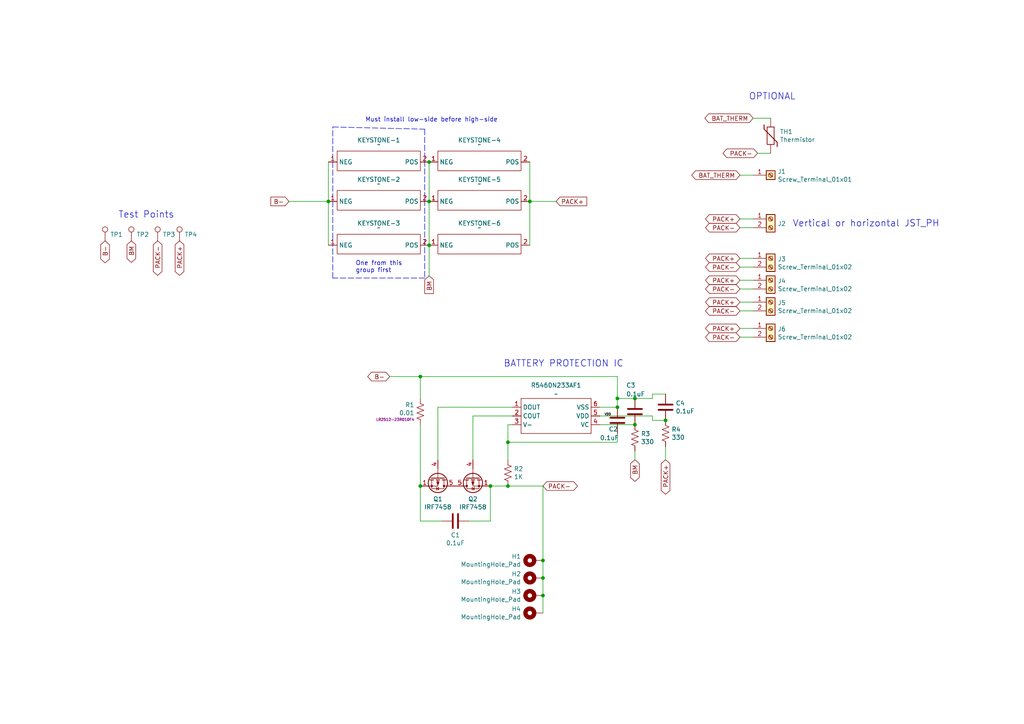
<source format=kicad_sch>
(kicad_sch
	(version 20231120)
	(generator "eeschema")
	(generator_version "8.0")
	(uuid "3a3e996c-4984-491e-ac82-4bcb8ff6b549")
	(paper "A4")
	(lib_symbols
		(symbol "Connector:Screw_Terminal_01x01"
			(pin_names
				(offset 1.016) hide)
			(exclude_from_sim no)
			(in_bom yes)
			(on_board yes)
			(property "Reference" "J"
				(at 0 2.54 0)
				(effects
					(font
						(size 1.27 1.27)
					)
				)
			)
			(property "Value" "Screw_Terminal_01x01"
				(at 0 -2.54 0)
				(effects
					(font
						(size 1.27 1.27)
					)
				)
			)
			(property "Footprint" ""
				(at 0 0 0)
				(effects
					(font
						(size 1.27 1.27)
					)
					(hide yes)
				)
			)
			(property "Datasheet" "~"
				(at 0 0 0)
				(effects
					(font
						(size 1.27 1.27)
					)
					(hide yes)
				)
			)
			(property "Description" "Generic screw terminal, single row, 01x01, script generated (kicad-library-utils/schlib/autogen/connector/)"
				(at 0 0 0)
				(effects
					(font
						(size 1.27 1.27)
					)
					(hide yes)
				)
			)
			(property "ki_keywords" "screw terminal"
				(at 0 0 0)
				(effects
					(font
						(size 1.27 1.27)
					)
					(hide yes)
				)
			)
			(property "ki_fp_filters" "TerminalBlock*:*"
				(at 0 0 0)
				(effects
					(font
						(size 1.27 1.27)
					)
					(hide yes)
				)
			)
			(symbol "Screw_Terminal_01x01_1_1"
				(rectangle
					(start -1.27 1.27)
					(end 1.27 -1.27)
					(stroke
						(width 0.254)
						(type default)
					)
					(fill
						(type background)
					)
				)
				(polyline
					(pts
						(xy -0.5334 0.3302) (xy 0.3302 -0.508)
					)
					(stroke
						(width 0.1524)
						(type default)
					)
					(fill
						(type none)
					)
				)
				(polyline
					(pts
						(xy -0.3556 0.508) (xy 0.508 -0.3302)
					)
					(stroke
						(width 0.1524)
						(type default)
					)
					(fill
						(type none)
					)
				)
				(circle
					(center 0 0)
					(radius 0.635)
					(stroke
						(width 0.1524)
						(type default)
					)
					(fill
						(type none)
					)
				)
				(pin passive line
					(at -5.08 0 0)
					(length 3.81)
					(name "Pin_1"
						(effects
							(font
								(size 1.27 1.27)
							)
						)
					)
					(number "1"
						(effects
							(font
								(size 1.27 1.27)
							)
						)
					)
				)
			)
		)
		(symbol "Connector:Screw_Terminal_01x02"
			(pin_names
				(offset 1.016) hide)
			(exclude_from_sim no)
			(in_bom yes)
			(on_board yes)
			(property "Reference" "J"
				(at 0 2.54 0)
				(effects
					(font
						(size 1.27 1.27)
					)
				)
			)
			(property "Value" "Screw_Terminal_01x02"
				(at 0 -5.08 0)
				(effects
					(font
						(size 1.27 1.27)
					)
				)
			)
			(property "Footprint" ""
				(at 0 0 0)
				(effects
					(font
						(size 1.27 1.27)
					)
					(hide yes)
				)
			)
			(property "Datasheet" "~"
				(at 0 0 0)
				(effects
					(font
						(size 1.27 1.27)
					)
					(hide yes)
				)
			)
			(property "Description" "Generic screw terminal, single row, 01x02, script generated (kicad-library-utils/schlib/autogen/connector/)"
				(at 0 0 0)
				(effects
					(font
						(size 1.27 1.27)
					)
					(hide yes)
				)
			)
			(property "ki_keywords" "screw terminal"
				(at 0 0 0)
				(effects
					(font
						(size 1.27 1.27)
					)
					(hide yes)
				)
			)
			(property "ki_fp_filters" "TerminalBlock*:*"
				(at 0 0 0)
				(effects
					(font
						(size 1.27 1.27)
					)
					(hide yes)
				)
			)
			(symbol "Screw_Terminal_01x02_1_1"
				(rectangle
					(start -1.27 1.27)
					(end 1.27 -3.81)
					(stroke
						(width 0.254)
						(type default)
					)
					(fill
						(type background)
					)
				)
				(circle
					(center 0 -2.54)
					(radius 0.635)
					(stroke
						(width 0.1524)
						(type default)
					)
					(fill
						(type none)
					)
				)
				(polyline
					(pts
						(xy -0.5334 -2.2098) (xy 0.3302 -3.048)
					)
					(stroke
						(width 0.1524)
						(type default)
					)
					(fill
						(type none)
					)
				)
				(polyline
					(pts
						(xy -0.5334 0.3302) (xy 0.3302 -0.508)
					)
					(stroke
						(width 0.1524)
						(type default)
					)
					(fill
						(type none)
					)
				)
				(polyline
					(pts
						(xy -0.3556 -2.032) (xy 0.508 -2.8702)
					)
					(stroke
						(width 0.1524)
						(type default)
					)
					(fill
						(type none)
					)
				)
				(polyline
					(pts
						(xy -0.3556 0.508) (xy 0.508 -0.3302)
					)
					(stroke
						(width 0.1524)
						(type default)
					)
					(fill
						(type none)
					)
				)
				(circle
					(center 0 0)
					(radius 0.635)
					(stroke
						(width 0.1524)
						(type default)
					)
					(fill
						(type none)
					)
				)
				(pin passive line
					(at -5.08 0 0)
					(length 3.81)
					(name "Pin_1"
						(effects
							(font
								(size 1.27 1.27)
							)
						)
					)
					(number "1"
						(effects
							(font
								(size 1.27 1.27)
							)
						)
					)
				)
				(pin passive line
					(at -5.08 -2.54 0)
					(length 3.81)
					(name "Pin_2"
						(effects
							(font
								(size 1.27 1.27)
							)
						)
					)
					(number "2"
						(effects
							(font
								(size 1.27 1.27)
							)
						)
					)
				)
			)
		)
		(symbol "Connector:TestPoint"
			(pin_numbers hide)
			(pin_names
				(offset 0.762) hide)
			(exclude_from_sim no)
			(in_bom yes)
			(on_board yes)
			(property "Reference" "TP"
				(at 0 6.858 0)
				(effects
					(font
						(size 1.27 1.27)
					)
				)
			)
			(property "Value" "TestPoint"
				(at 0 5.08 0)
				(effects
					(font
						(size 1.27 1.27)
					)
				)
			)
			(property "Footprint" ""
				(at 5.08 0 0)
				(effects
					(font
						(size 1.27 1.27)
					)
					(hide yes)
				)
			)
			(property "Datasheet" "~"
				(at 5.08 0 0)
				(effects
					(font
						(size 1.27 1.27)
					)
					(hide yes)
				)
			)
			(property "Description" "test point"
				(at 0 0 0)
				(effects
					(font
						(size 1.27 1.27)
					)
					(hide yes)
				)
			)
			(property "ki_keywords" "test point tp"
				(at 0 0 0)
				(effects
					(font
						(size 1.27 1.27)
					)
					(hide yes)
				)
			)
			(property "ki_fp_filters" "Pin* Test*"
				(at 0 0 0)
				(effects
					(font
						(size 1.27 1.27)
					)
					(hide yes)
				)
			)
			(symbol "TestPoint_0_1"
				(circle
					(center 0 3.302)
					(radius 0.762)
					(stroke
						(width 0)
						(type default)
					)
					(fill
						(type none)
					)
				)
			)
			(symbol "TestPoint_1_1"
				(pin passive line
					(at 0 0 90)
					(length 2.54)
					(name "1"
						(effects
							(font
								(size 1.27 1.27)
							)
						)
					)
					(number "1"
						(effects
							(font
								(size 1.27 1.27)
							)
						)
					)
				)
			)
		)
		(symbol "Device:C"
			(pin_numbers hide)
			(pin_names
				(offset 0.254)
			)
			(exclude_from_sim no)
			(in_bom yes)
			(on_board yes)
			(property "Reference" "C"
				(at 0.635 2.54 0)
				(effects
					(font
						(size 1.27 1.27)
					)
					(justify left)
				)
			)
			(property "Value" "C"
				(at 0.635 -2.54 0)
				(effects
					(font
						(size 1.27 1.27)
					)
					(justify left)
				)
			)
			(property "Footprint" ""
				(at 0.9652 -3.81 0)
				(effects
					(font
						(size 1.27 1.27)
					)
					(hide yes)
				)
			)
			(property "Datasheet" "~"
				(at 0 0 0)
				(effects
					(font
						(size 1.27 1.27)
					)
					(hide yes)
				)
			)
			(property "Description" "Unpolarized capacitor"
				(at 0 0 0)
				(effects
					(font
						(size 1.27 1.27)
					)
					(hide yes)
				)
			)
			(property "ki_keywords" "cap capacitor"
				(at 0 0 0)
				(effects
					(font
						(size 1.27 1.27)
					)
					(hide yes)
				)
			)
			(property "ki_fp_filters" "C_*"
				(at 0 0 0)
				(effects
					(font
						(size 1.27 1.27)
					)
					(hide yes)
				)
			)
			(symbol "C_0_1"
				(polyline
					(pts
						(xy -2.032 -0.762) (xy 2.032 -0.762)
					)
					(stroke
						(width 0.508)
						(type default)
					)
					(fill
						(type none)
					)
				)
				(polyline
					(pts
						(xy -2.032 0.762) (xy 2.032 0.762)
					)
					(stroke
						(width 0.508)
						(type default)
					)
					(fill
						(type none)
					)
				)
			)
			(symbol "C_1_1"
				(pin passive line
					(at 0 3.81 270)
					(length 2.794)
					(name "~"
						(effects
							(font
								(size 1.27 1.27)
							)
						)
					)
					(number "1"
						(effects
							(font
								(size 1.27 1.27)
							)
						)
					)
				)
				(pin passive line
					(at 0 -3.81 90)
					(length 2.794)
					(name "~"
						(effects
							(font
								(size 1.27 1.27)
							)
						)
					)
					(number "2"
						(effects
							(font
								(size 1.27 1.27)
							)
						)
					)
				)
			)
		)
		(symbol "Device:R_US"
			(pin_numbers hide)
			(pin_names
				(offset 0)
			)
			(exclude_from_sim no)
			(in_bom yes)
			(on_board yes)
			(property "Reference" "R"
				(at 2.54 0 90)
				(effects
					(font
						(size 1.27 1.27)
					)
				)
			)
			(property "Value" "R_US"
				(at -2.54 0 90)
				(effects
					(font
						(size 1.27 1.27)
					)
				)
			)
			(property "Footprint" ""
				(at 1.016 -0.254 90)
				(effects
					(font
						(size 1.27 1.27)
					)
					(hide yes)
				)
			)
			(property "Datasheet" "~"
				(at 0 0 0)
				(effects
					(font
						(size 1.27 1.27)
					)
					(hide yes)
				)
			)
			(property "Description" "Resistor, US symbol"
				(at 0 0 0)
				(effects
					(font
						(size 1.27 1.27)
					)
					(hide yes)
				)
			)
			(property "ki_keywords" "R res resistor"
				(at 0 0 0)
				(effects
					(font
						(size 1.27 1.27)
					)
					(hide yes)
				)
			)
			(property "ki_fp_filters" "R_*"
				(at 0 0 0)
				(effects
					(font
						(size 1.27 1.27)
					)
					(hide yes)
				)
			)
			(symbol "R_US_0_1"
				(polyline
					(pts
						(xy 0 -2.286) (xy 0 -2.54)
					)
					(stroke
						(width 0)
						(type default)
					)
					(fill
						(type none)
					)
				)
				(polyline
					(pts
						(xy 0 2.286) (xy 0 2.54)
					)
					(stroke
						(width 0)
						(type default)
					)
					(fill
						(type none)
					)
				)
				(polyline
					(pts
						(xy 0 -0.762) (xy 1.016 -1.143) (xy 0 -1.524) (xy -1.016 -1.905) (xy 0 -2.286)
					)
					(stroke
						(width 0)
						(type default)
					)
					(fill
						(type none)
					)
				)
				(polyline
					(pts
						(xy 0 0.762) (xy 1.016 0.381) (xy 0 0) (xy -1.016 -0.381) (xy 0 -0.762)
					)
					(stroke
						(width 0)
						(type default)
					)
					(fill
						(type none)
					)
				)
				(polyline
					(pts
						(xy 0 2.286) (xy 1.016 1.905) (xy 0 1.524) (xy -1.016 1.143) (xy 0 0.762)
					)
					(stroke
						(width 0)
						(type default)
					)
					(fill
						(type none)
					)
				)
			)
			(symbol "R_US_1_1"
				(pin passive line
					(at 0 3.81 270)
					(length 1.27)
					(name "~"
						(effects
							(font
								(size 1.27 1.27)
							)
						)
					)
					(number "1"
						(effects
							(font
								(size 1.27 1.27)
							)
						)
					)
				)
				(pin passive line
					(at 0 -3.81 90)
					(length 1.27)
					(name "~"
						(effects
							(font
								(size 1.27 1.27)
							)
						)
					)
					(number "2"
						(effects
							(font
								(size 1.27 1.27)
							)
						)
					)
				)
			)
		)
		(symbol "Device:Thermistor"
			(pin_numbers hide)
			(pin_names
				(offset 0)
			)
			(exclude_from_sim no)
			(in_bom yes)
			(on_board yes)
			(property "Reference" "TH"
				(at 2.54 1.27 90)
				(effects
					(font
						(size 1.27 1.27)
					)
				)
			)
			(property "Value" "Thermistor"
				(at -2.54 0 90)
				(effects
					(font
						(size 1.27 1.27)
					)
					(justify bottom)
				)
			)
			(property "Footprint" ""
				(at 0 0 0)
				(effects
					(font
						(size 1.27 1.27)
					)
					(hide yes)
				)
			)
			(property "Datasheet" "~"
				(at 0 0 0)
				(effects
					(font
						(size 1.27 1.27)
					)
					(hide yes)
				)
			)
			(property "Description" "Temperature dependent resistor"
				(at 0 0 0)
				(effects
					(font
						(size 1.27 1.27)
					)
					(hide yes)
				)
			)
			(property "ki_keywords" "R res thermistor"
				(at 0 0 0)
				(effects
					(font
						(size 1.27 1.27)
					)
					(hide yes)
				)
			)
			(property "ki_fp_filters" "R_*"
				(at 0 0 0)
				(effects
					(font
						(size 1.27 1.27)
					)
					(hide yes)
				)
			)
			(symbol "Thermistor_0_1"
				(rectangle
					(start -1.016 2.54)
					(end 1.016 -2.54)
					(stroke
						(width 0.2032)
						(type default)
					)
					(fill
						(type none)
					)
				)
				(polyline
					(pts
						(xy -1.905 3.175) (xy -1.905 1.905) (xy 1.905 -1.905) (xy 1.905 -3.175) (xy 1.905 -3.175)
					)
					(stroke
						(width 0.254)
						(type default)
					)
					(fill
						(type none)
					)
				)
			)
			(symbol "Thermistor_1_1"
				(pin passive line
					(at 0 5.08 270)
					(length 2.54)
					(name "~"
						(effects
							(font
								(size 1.27 1.27)
							)
						)
					)
					(number "1"
						(effects
							(font
								(size 1.27 1.27)
							)
						)
					)
				)
				(pin passive line
					(at 0 -5.08 90)
					(length 2.54)
					(name "~"
						(effects
							(font
								(size 1.27 1.27)
							)
						)
					)
					(number "2"
						(effects
							(font
								(size 1.27 1.27)
							)
						)
					)
				)
			)
		)
		(symbol "Mechanical:MountingHole_Pad"
			(pin_numbers hide)
			(pin_names
				(offset 1.016) hide)
			(exclude_from_sim yes)
			(in_bom no)
			(on_board yes)
			(property "Reference" "H"
				(at 0 6.35 0)
				(effects
					(font
						(size 1.27 1.27)
					)
				)
			)
			(property "Value" "MountingHole_Pad"
				(at 0 4.445 0)
				(effects
					(font
						(size 1.27 1.27)
					)
				)
			)
			(property "Footprint" ""
				(at 0 0 0)
				(effects
					(font
						(size 1.27 1.27)
					)
					(hide yes)
				)
			)
			(property "Datasheet" "~"
				(at 0 0 0)
				(effects
					(font
						(size 1.27 1.27)
					)
					(hide yes)
				)
			)
			(property "Description" "Mounting Hole with connection"
				(at 0 0 0)
				(effects
					(font
						(size 1.27 1.27)
					)
					(hide yes)
				)
			)
			(property "ki_keywords" "mounting hole"
				(at 0 0 0)
				(effects
					(font
						(size 1.27 1.27)
					)
					(hide yes)
				)
			)
			(property "ki_fp_filters" "MountingHole*Pad*"
				(at 0 0 0)
				(effects
					(font
						(size 1.27 1.27)
					)
					(hide yes)
				)
			)
			(symbol "MountingHole_Pad_0_1"
				(circle
					(center 0 1.27)
					(radius 1.27)
					(stroke
						(width 1.27)
						(type default)
					)
					(fill
						(type none)
					)
				)
			)
			(symbol "MountingHole_Pad_1_1"
				(pin input line
					(at 0 -2.54 90)
					(length 2.54)
					(name "1"
						(effects
							(font
								(size 1.27 1.27)
							)
						)
					)
					(number "1"
						(effects
							(font
								(size 1.27 1.27)
							)
						)
					)
				)
			)
		)
		(symbol "NewSymbols:KEYSTONE-1042"
			(exclude_from_sim no)
			(in_bom yes)
			(on_board yes)
			(property "Reference" "KEYSTONE-1042"
				(at -0.254 6.35 0)
				(effects
					(font
						(size 1.27 1.27)
					)
				)
			)
			(property "Value" ""
				(at -1.27 1.27 0)
				(effects
					(font
						(size 1.27 1.27)
					)
				)
			)
			(property "Footprint" ""
				(at -1.27 1.27 0)
				(effects
					(font
						(size 1.27 1.27)
					)
					(hide yes)
				)
			)
			(property "Datasheet" ""
				(at -1.27 1.27 0)
				(effects
					(font
						(size 1.27 1.27)
					)
					(hide yes)
				)
			)
			(property "Description" ""
				(at -1.27 1.27 0)
				(effects
					(font
						(size 1.27 1.27)
					)
					(hide yes)
				)
			)
			(symbol "KEYSTONE-1042_0_1"
				(polyline
					(pts
						(xy -12.7 3.175) (xy -12.7 -2.54) (xy 11.43 -2.54) (xy 11.43 3.175) (xy -12.7 3.175)
					)
					(stroke
						(width 0)
						(type default)
					)
					(fill
						(type none)
					)
				)
			)
			(symbol "KEYSTONE-1042_1_1"
				(pin input line
					(at -15.24 0 0)
					(length 2.54)
					(name "NEG"
						(effects
							(font
								(size 1.27 1.27)
							)
						)
					)
					(number "1"
						(effects
							(font
								(size 1.27 1.27)
							)
						)
					)
				)
				(pin input line
					(at 13.97 0 180)
					(length 2.54)
					(name "POS"
						(effects
							(font
								(size 1.27 1.27)
							)
						)
					)
					(number "2"
						(effects
							(font
								(size 1.27 1.27)
							)
						)
					)
				)
			)
		)
		(symbol "NewSymbols:R5460N233AF"
			(exclude_from_sim no)
			(in_bom yes)
			(on_board yes)
			(property "Reference" "R5460N233AF"
				(at -0.254 7.112 0)
				(effects
					(font
						(size 1.27 1.27)
					)
				)
			)
			(property "Value" ""
				(at -3.81 -1.27 0)
				(effects
					(font
						(size 1.27 1.27)
					)
				)
			)
			(property "Footprint" ""
				(at -3.81 -1.27 0)
				(effects
					(font
						(size 1.27 1.27)
					)
					(hide yes)
				)
			)
			(property "Datasheet" ""
				(at -3.81 -1.27 0)
				(effects
					(font
						(size 1.27 1.27)
					)
					(hide yes)
				)
			)
			(property "Description" ""
				(at -3.81 -1.27 0)
				(effects
					(font
						(size 1.27 1.27)
					)
					(hide yes)
				)
			)
			(symbol "R5460N233AF_0_1"
				(polyline
					(pts
						(xy -10.16 5.08) (xy 10.16 5.08) (xy 10.16 -5.08) (xy -10.16 -5.08) (xy -10.16 5.08)
					)
					(stroke
						(width 0)
						(type default)
					)
					(fill
						(type none)
					)
				)
			)
			(symbol "R5460N233AF_1_1"
				(pin input line
					(at -12.7 2.54 0)
					(length 2.54)
					(name "DOUT"
						(effects
							(font
								(size 1.27 1.27)
							)
						)
					)
					(number "1"
						(effects
							(font
								(size 1.27 1.27)
							)
						)
					)
				)
				(pin input line
					(at -12.7 0 0)
					(length 2.54)
					(name "COUT"
						(effects
							(font
								(size 1.27 1.27)
							)
						)
					)
					(number "2"
						(effects
							(font
								(size 1.27 1.27)
							)
						)
					)
				)
				(pin input line
					(at -12.7 -2.54 0)
					(length 2.54)
					(name "V-"
						(effects
							(font
								(size 1.27 1.27)
							)
						)
					)
					(number "3"
						(effects
							(font
								(size 1.27 1.27)
							)
						)
					)
				)
				(pin input line
					(at 12.7 -2.54 180)
					(length 2.54)
					(name "VC"
						(effects
							(font
								(size 1.27 1.27)
							)
						)
					)
					(number "4"
						(effects
							(font
								(size 1.27 1.27)
							)
						)
					)
				)
				(pin input line
					(at 12.7 0 180)
					(length 2.54)
					(name "VDD"
						(effects
							(font
								(size 1.27 1.27)
							)
						)
					)
					(number "5"
						(effects
							(font
								(size 1.27 1.27)
							)
						)
					)
				)
				(pin input line
					(at 12.7 2.54 180)
					(length 2.54)
					(name "VSS"
						(effects
							(font
								(size 1.27 1.27)
							)
						)
					)
					(number "6"
						(effects
							(font
								(size 1.27 1.27)
							)
						)
					)
				)
			)
		)
		(symbol "Transistor_FET:IRF7404"
			(pin_names hide)
			(exclude_from_sim no)
			(in_bom yes)
			(on_board yes)
			(property "Reference" "Q"
				(at 5.08 1.905 0)
				(effects
					(font
						(size 1.27 1.27)
					)
					(justify left)
				)
			)
			(property "Value" "IRF7404"
				(at 5.08 0 0)
				(effects
					(font
						(size 1.27 1.27)
					)
					(justify left)
				)
			)
			(property "Footprint" "Package_SO:SOIC-8_3.9x4.9mm_P1.27mm"
				(at 5.08 -1.905 0)
				(effects
					(font
						(size 1.27 1.27)
						(italic yes)
					)
					(justify left)
					(hide yes)
				)
			)
			(property "Datasheet" "http://www.infineon.com/dgdl/irf7404.pdf?fileId=5546d462533600a4015355fa2b5b1b9e"
				(at 5.08 -3.81 0)
				(effects
					(font
						(size 1.27 1.27)
					)
					(justify left)
					(hide yes)
				)
			)
			(property "Description" "-6.7A Id, -20V Vds, P-Channel HEXFET Power MOSFET, SO-8"
				(at 0 0 0)
				(effects
					(font
						(size 1.27 1.27)
					)
					(hide yes)
				)
			)
			(property "ki_keywords" "P-Channel MOSFET"
				(at 0 0 0)
				(effects
					(font
						(size 1.27 1.27)
					)
					(hide yes)
				)
			)
			(property "ki_fp_filters" "SOIC*3.9x4.9mm*P1.27mm*"
				(at 0 0 0)
				(effects
					(font
						(size 1.27 1.27)
					)
					(hide yes)
				)
			)
			(symbol "IRF7404_0_1"
				(polyline
					(pts
						(xy 0.254 0) (xy -2.54 0)
					)
					(stroke
						(width 0)
						(type default)
					)
					(fill
						(type none)
					)
				)
				(polyline
					(pts
						(xy 0.254 1.905) (xy 0.254 -1.905)
					)
					(stroke
						(width 0.254)
						(type default)
					)
					(fill
						(type none)
					)
				)
				(polyline
					(pts
						(xy 0.762 -1.27) (xy 0.762 -2.286)
					)
					(stroke
						(width 0.254)
						(type default)
					)
					(fill
						(type none)
					)
				)
				(polyline
					(pts
						(xy 0.762 0.508) (xy 0.762 -0.508)
					)
					(stroke
						(width 0.254)
						(type default)
					)
					(fill
						(type none)
					)
				)
				(polyline
					(pts
						(xy 0.762 2.286) (xy 0.762 1.27)
					)
					(stroke
						(width 0.254)
						(type default)
					)
					(fill
						(type none)
					)
				)
				(polyline
					(pts
						(xy 2.54 2.54) (xy 2.54 1.778)
					)
					(stroke
						(width 0)
						(type default)
					)
					(fill
						(type none)
					)
				)
				(polyline
					(pts
						(xy 2.54 -2.54) (xy 2.54 0) (xy 0.762 0)
					)
					(stroke
						(width 0)
						(type default)
					)
					(fill
						(type none)
					)
				)
				(polyline
					(pts
						(xy 0.762 1.778) (xy 3.302 1.778) (xy 3.302 -1.778) (xy 0.762 -1.778)
					)
					(stroke
						(width 0)
						(type default)
					)
					(fill
						(type none)
					)
				)
				(polyline
					(pts
						(xy 2.286 0) (xy 1.27 0.381) (xy 1.27 -0.381) (xy 2.286 0)
					)
					(stroke
						(width 0)
						(type default)
					)
					(fill
						(type outline)
					)
				)
				(polyline
					(pts
						(xy 2.794 -0.508) (xy 2.921 -0.381) (xy 3.683 -0.381) (xy 3.81 -0.254)
					)
					(stroke
						(width 0)
						(type default)
					)
					(fill
						(type none)
					)
				)
				(polyline
					(pts
						(xy 3.302 -0.381) (xy 2.921 0.254) (xy 3.683 0.254) (xy 3.302 -0.381)
					)
					(stroke
						(width 0)
						(type default)
					)
					(fill
						(type none)
					)
				)
				(circle
					(center 1.651 0)
					(radius 2.794)
					(stroke
						(width 0.254)
						(type default)
					)
					(fill
						(type none)
					)
				)
				(circle
					(center 2.54 -1.778)
					(radius 0.254)
					(stroke
						(width 0)
						(type default)
					)
					(fill
						(type outline)
					)
				)
				(circle
					(center 2.54 1.778)
					(radius 0.254)
					(stroke
						(width 0)
						(type default)
					)
					(fill
						(type outline)
					)
				)
			)
			(symbol "IRF7404_1_1"
				(pin passive line
					(at 2.54 -5.08 90)
					(length 2.54)
					(name "S"
						(effects
							(font
								(size 1.27 1.27)
							)
						)
					)
					(number "1"
						(effects
							(font
								(size 1.27 1.27)
							)
						)
					)
				)
				(pin passive line
					(at 2.54 -5.08 90)
					(length 2.54) hide
					(name "S"
						(effects
							(font
								(size 1.27 1.27)
							)
						)
					)
					(number "2"
						(effects
							(font
								(size 1.27 1.27)
							)
						)
					)
				)
				(pin passive line
					(at 2.54 -5.08 90)
					(length 2.54) hide
					(name "S"
						(effects
							(font
								(size 1.27 1.27)
							)
						)
					)
					(number "3"
						(effects
							(font
								(size 1.27 1.27)
							)
						)
					)
				)
				(pin passive line
					(at -5.08 0 0)
					(length 2.54)
					(name "G"
						(effects
							(font
								(size 1.27 1.27)
							)
						)
					)
					(number "4"
						(effects
							(font
								(size 1.27 1.27)
							)
						)
					)
				)
				(pin passive line
					(at 2.54 5.08 270)
					(length 2.54)
					(name "D"
						(effects
							(font
								(size 1.27 1.27)
							)
						)
					)
					(number "5"
						(effects
							(font
								(size 1.27 1.27)
							)
						)
					)
				)
				(pin passive line
					(at 2.54 5.08 270)
					(length 2.54) hide
					(name "D"
						(effects
							(font
								(size 1.27 1.27)
							)
						)
					)
					(number "6"
						(effects
							(font
								(size 1.27 1.27)
							)
						)
					)
				)
				(pin passive line
					(at 2.54 5.08 270)
					(length 2.54) hide
					(name "D"
						(effects
							(font
								(size 1.27 1.27)
							)
						)
					)
					(number "7"
						(effects
							(font
								(size 1.27 1.27)
							)
						)
					)
				)
				(pin passive line
					(at 2.54 5.08 270)
					(length 2.54) hide
					(name "D"
						(effects
							(font
								(size 1.27 1.27)
							)
						)
					)
					(number "8"
						(effects
							(font
								(size 1.27 1.27)
							)
						)
					)
				)
			)
		)
	)
	(junction
		(at 147.32 140.97)
		(diameter 0)
		(color 0 0 0 0)
		(uuid "01f7a1e7-820d-4cd2-83a5-8f180c591da4")
	)
	(junction
		(at 157.48 162.56)
		(diameter 0)
		(color 0 0 0 0)
		(uuid "11ba459d-487a-4a0d-9483-65510d8acf07")
	)
	(junction
		(at 193.04 121.92)
		(diameter 0)
		(color 0 0 0 0)
		(uuid "1f10d448-08c1-4af7-ac50-bc04b99acfcc")
	)
	(junction
		(at 184.15 115.57)
		(diameter 0)
		(color 0 0 0 0)
		(uuid "21e72a32-2568-4ef6-8c05-b28103d4be48")
	)
	(junction
		(at 179.07 115.57)
		(diameter 0)
		(color 0 0 0 0)
		(uuid "4050253f-08d4-4740-917e-31c9cc992619")
	)
	(junction
		(at 157.48 167.64)
		(diameter 0)
		(color 0 0 0 0)
		(uuid "5664d134-48af-4562-801c-c984a97097e5")
	)
	(junction
		(at 179.07 118.11)
		(diameter 0)
		(color 0 0 0 0)
		(uuid "5beb62df-3da7-4fd3-8c5f-4769b47ccb66")
	)
	(junction
		(at 147.32 128.27)
		(diameter 0)
		(color 0 0 0 0)
		(uuid "5d333bd2-d184-4a91-b409-a4bf1f324cc3")
	)
	(junction
		(at 121.92 140.97)
		(diameter 0)
		(color 0 0 0 0)
		(uuid "61b49dc2-04fb-453f-a51a-d02e882d6fbd")
	)
	(junction
		(at 95.25 58.42)
		(diameter 0)
		(color 0 0 0 0)
		(uuid "6d45a2e5-aa8b-43e7-abd4-044f81f8c279")
	)
	(junction
		(at 124.46 46.99)
		(diameter 0)
		(color 0 0 0 0)
		(uuid "6de9bc39-3a46-483c-90df-989cb90fba0f")
	)
	(junction
		(at 157.48 172.72)
		(diameter 0)
		(color 0 0 0 0)
		(uuid "74d5efa7-1619-4e20-82a6-694451ccb80a")
	)
	(junction
		(at 121.92 109.22)
		(diameter 0)
		(color 0 0 0 0)
		(uuid "89caef3c-fa8d-4428-9457-3298e177a062")
	)
	(junction
		(at 153.67 58.42)
		(diameter 0)
		(color 0 0 0 0)
		(uuid "9bf379cb-8f58-4ab6-8f9d-268f25fd4f1e")
	)
	(junction
		(at 142.24 140.97)
		(diameter 0)
		(color 0 0 0 0)
		(uuid "9c019b6a-6352-4bfd-92b3-301506373a3b")
	)
	(junction
		(at 124.46 58.42)
		(diameter 0)
		(color 0 0 0 0)
		(uuid "b9310e71-d105-49d5-b196-734199b0d302")
	)
	(junction
		(at 184.15 123.19)
		(diameter 0)
		(color 0 0 0 0)
		(uuid "dc9f31af-aa1c-46d4-8487-af5861f2982f")
	)
	(junction
		(at 124.46 71.12)
		(diameter 0)
		(color 0 0 0 0)
		(uuid "ebe14de4-fedb-4453-953e-09625238a313")
	)
	(wire
		(pts
			(xy 179.07 109.22) (xy 121.92 109.22)
		)
		(stroke
			(width 0)
			(type default)
		)
		(uuid "00a247ef-0ebe-46c0-b4d3-07da077c1147")
	)
	(wire
		(pts
			(xy 214.63 81.28) (xy 218.44 81.28)
		)
		(stroke
			(width 0)
			(type default)
		)
		(uuid "028dc8df-71e6-421a-bf2d-ee75e22646d1")
	)
	(wire
		(pts
			(xy 179.07 125.73) (xy 179.07 128.27)
		)
		(stroke
			(width 0)
			(type default)
		)
		(uuid "0980f03a-8d76-4be6-9e5d-f64c510f26e1")
	)
	(wire
		(pts
			(xy 121.92 109.22) (xy 113.03 109.22)
		)
		(stroke
			(width 0)
			(type default)
		)
		(uuid "0afedd0b-fff2-4afe-9644-14be4e03208b")
	)
	(wire
		(pts
			(xy 95.25 46.99) (xy 95.25 58.42)
		)
		(stroke
			(width 0)
			(type default)
		)
		(uuid "14111de5-db36-4403-9f31-b64a47bb4b21")
	)
	(wire
		(pts
			(xy 179.07 128.27) (xy 147.32 128.27)
		)
		(stroke
			(width 0)
			(type default)
		)
		(uuid "14596d1b-c17d-430d-8573-234975f96b97")
	)
	(wire
		(pts
			(xy 124.46 58.42) (xy 124.46 71.12)
		)
		(stroke
			(width 0)
			(type default)
		)
		(uuid "156a7ef0-7f3b-46fa-854f-132f2432c9b9")
	)
	(wire
		(pts
			(xy 153.67 71.12) (xy 153.67 58.42)
		)
		(stroke
			(width 0)
			(type default)
		)
		(uuid "22e85e98-04b6-4d75-af54-343051f13aa6")
	)
	(wire
		(pts
			(xy 157.48 140.97) (xy 157.48 162.56)
		)
		(stroke
			(width 0)
			(type default)
		)
		(uuid "28e371ea-f9a9-4577-9591-5332443d33bd")
	)
	(wire
		(pts
			(xy 153.67 58.42) (xy 153.67 46.99)
		)
		(stroke
			(width 0)
			(type default)
		)
		(uuid "2e0f4d25-68d7-4b4b-aefd-cb058d28a824")
	)
	(wire
		(pts
			(xy 83.82 58.42) (xy 95.25 58.42)
		)
		(stroke
			(width 0)
			(type default)
		)
		(uuid "32d27410-04e5-43b6-9438-52c1942297fc")
	)
	(wire
		(pts
			(xy 184.15 115.57) (xy 189.23 115.57)
		)
		(stroke
			(width 0)
			(type default)
		)
		(uuid "393cf827-8770-4694-b231-71ccace675e9")
	)
	(wire
		(pts
			(xy 157.48 172.72) (xy 157.48 177.8)
		)
		(stroke
			(width 0)
			(type default)
		)
		(uuid "39920d61-c36d-45b0-b39f-616be0b6219a")
	)
	(wire
		(pts
			(xy 135.89 151.13) (xy 142.24 151.13)
		)
		(stroke
			(width 0)
			(type default)
		)
		(uuid "39bb50d4-07a0-4f65-9a64-7ce5c1ef35c4")
	)
	(wire
		(pts
			(xy 214.63 97.79) (xy 218.44 97.79)
		)
		(stroke
			(width 0)
			(type default)
		)
		(uuid "3f46614d-c635-40c2-abeb-140bd4c0f072")
	)
	(polyline
		(pts
			(xy 96.52 36.83) (xy 123.19 37.465)
		)
		(stroke
			(width 0)
			(type dash)
		)
		(uuid "449aca64-cd27-433f-8da8-4cc65b44c61d")
	)
	(wire
		(pts
			(xy 179.07 115.57) (xy 184.15 115.57)
		)
		(stroke
			(width 0)
			(type default)
		)
		(uuid "44e7c80d-62cd-4971-a88a-a8dcb6454b6e")
	)
	(wire
		(pts
			(xy 179.07 115.57) (xy 179.07 109.22)
		)
		(stroke
			(width 0)
			(type default)
		)
		(uuid "45b0910d-af9b-4381-b5ea-bb290a98f2c6")
	)
	(wire
		(pts
			(xy 157.48 162.56) (xy 157.48 167.64)
		)
		(stroke
			(width 0)
			(type default)
		)
		(uuid "4843860b-f143-4c84-a105-d9cd4e339821")
	)
	(wire
		(pts
			(xy 137.16 120.65) (xy 137.16 133.35)
		)
		(stroke
			(width 0)
			(type default)
		)
		(uuid "4e087857-2080-4df8-8c8c-b334d175695b")
	)
	(wire
		(pts
			(xy 173.99 120.65) (xy 189.23 120.65)
		)
		(stroke
			(width 0)
			(type default)
		)
		(uuid "5f549f42-525d-4af9-a974-5c67c7b80b20")
	)
	(wire
		(pts
			(xy 147.32 133.35) (xy 147.32 128.27)
		)
		(stroke
			(width 0)
			(type default)
		)
		(uuid "626a0de2-aaa3-4da7-9a18-5ea4a9652487")
	)
	(wire
		(pts
			(xy 214.63 83.82) (xy 218.44 83.82)
		)
		(stroke
			(width 0)
			(type default)
		)
		(uuid "633d0408-6c13-48de-998e-d1f71de53a91")
	)
	(wire
		(pts
			(xy 173.99 123.19) (xy 184.15 123.19)
		)
		(stroke
			(width 0)
			(type default)
		)
		(uuid "65dc2683-976d-4cd2-9a03-4658b76f5be4")
	)
	(wire
		(pts
			(xy 219.71 44.45) (xy 223.52 44.45)
		)
		(stroke
			(width 0)
			(type default)
		)
		(uuid "6b2f87ec-f2db-4c5e-81b3-46770d79df4d")
	)
	(wire
		(pts
			(xy 121.92 140.97) (xy 121.92 123.19)
		)
		(stroke
			(width 0)
			(type default)
		)
		(uuid "710c42a5-1696-4a5a-a04e-acee3c378887")
	)
	(wire
		(pts
			(xy 173.99 118.11) (xy 179.07 118.11)
		)
		(stroke
			(width 0)
			(type default)
		)
		(uuid "7a1c0200-9655-49d3-974d-5ec5002892b4")
	)
	(wire
		(pts
			(xy 128.27 151.13) (xy 121.92 151.13)
		)
		(stroke
			(width 0)
			(type default)
		)
		(uuid "816f2c2b-09cb-487c-91a5-c57430fdbce1")
	)
	(wire
		(pts
			(xy 124.46 46.99) (xy 124.46 58.42)
		)
		(stroke
			(width 0)
			(type default)
		)
		(uuid "81b0f60d-d5bf-4c44-a984-5739fc9bee6b")
	)
	(wire
		(pts
			(xy 142.24 140.97) (xy 147.32 140.97)
		)
		(stroke
			(width 0)
			(type default)
		)
		(uuid "8332ab92-7736-4889-81dc-212cee714220")
	)
	(wire
		(pts
			(xy 142.24 151.13) (xy 142.24 140.97)
		)
		(stroke
			(width 0)
			(type default)
		)
		(uuid "8666e135-aab5-449a-bca3-e39aec0d2c4e")
	)
	(wire
		(pts
			(xy 189.23 120.65) (xy 189.23 121.92)
		)
		(stroke
			(width 0)
			(type default)
		)
		(uuid "87f98045-eda8-4b08-897b-cd0be0979a40")
	)
	(wire
		(pts
			(xy 127 118.11) (xy 148.59 118.11)
		)
		(stroke
			(width 0)
			(type default)
		)
		(uuid "8d828805-f16a-47c4-87fe-152f72fd239a")
	)
	(wire
		(pts
			(xy 214.63 74.93) (xy 218.44 74.93)
		)
		(stroke
			(width 0)
			(type default)
		)
		(uuid "90c26235-61b1-467b-a1e6-00ca46b4034b")
	)
	(wire
		(pts
			(xy 189.23 115.57) (xy 189.23 114.3)
		)
		(stroke
			(width 0)
			(type default)
		)
		(uuid "91a04b3f-d06f-4ab2-8982-eea511cc406a")
	)
	(wire
		(pts
			(xy 214.63 66.04) (xy 218.44 66.04)
		)
		(stroke
			(width 0)
			(type default)
		)
		(uuid "9311bdee-9c0e-40f2-bc46-777b766b612e")
	)
	(wire
		(pts
			(xy 95.25 58.42) (xy 95.25 71.12)
		)
		(stroke
			(width 0)
			(type default)
		)
		(uuid "9dd62b32-9d42-4b93-ab5a-265fc2d584be")
	)
	(wire
		(pts
			(xy 121.92 109.22) (xy 121.92 115.57)
		)
		(stroke
			(width 0)
			(type default)
		)
		(uuid "a8de0bd0-6f77-4985-8029-a6b309760a9d")
	)
	(wire
		(pts
			(xy 214.63 63.5) (xy 218.44 63.5)
		)
		(stroke
			(width 0)
			(type default)
		)
		(uuid "a9abe254-2c58-4971-af2d-f8b7691599cf")
	)
	(wire
		(pts
			(xy 147.32 123.19) (xy 148.59 123.19)
		)
		(stroke
			(width 0)
			(type default)
		)
		(uuid "ab7c02af-ebce-49aa-9e54-e123c8fabdcc")
	)
	(wire
		(pts
			(xy 189.23 121.92) (xy 193.04 121.92)
		)
		(stroke
			(width 0)
			(type default)
		)
		(uuid "abbcc10f-6087-4754-9556-f3bbdcec3bb4")
	)
	(wire
		(pts
			(xy 214.63 50.8) (xy 218.44 50.8)
		)
		(stroke
			(width 0)
			(type default)
		)
		(uuid "acc1957c-7ff8-46a2-b1ba-3de358b7dd5f")
	)
	(wire
		(pts
			(xy 179.07 115.57) (xy 179.07 118.11)
		)
		(stroke
			(width 0)
			(type default)
		)
		(uuid "b481ae40-edc4-4d49-892d-7cf4fc7b41bb")
	)
	(wire
		(pts
			(xy 214.63 77.47) (xy 218.44 77.47)
		)
		(stroke
			(width 0)
			(type default)
		)
		(uuid "b80ca6fd-2976-4b9a-b04b-547d3b87c62c")
	)
	(wire
		(pts
			(xy 153.67 58.42) (xy 161.29 58.42)
		)
		(stroke
			(width 0)
			(type default)
		)
		(uuid "ba04763e-d6b8-414b-8dad-3f1071597e8b")
	)
	(wire
		(pts
			(xy 147.32 128.27) (xy 147.32 123.19)
		)
		(stroke
			(width 0)
			(type default)
		)
		(uuid "bde7eef6-64ae-4da6-8b40-8f13304eedee")
	)
	(polyline
		(pts
			(xy 96.52 80.645) (xy 96.52 36.83)
		)
		(stroke
			(width 0)
			(type dash)
		)
		(uuid "c281a88a-9e01-479f-a550-e5dce3b7ae27")
	)
	(wire
		(pts
			(xy 137.16 120.65) (xy 148.59 120.65)
		)
		(stroke
			(width 0)
			(type default)
		)
		(uuid "c85102bf-b44b-4d3a-b74d-d5256db83b5b")
	)
	(wire
		(pts
			(xy 218.44 34.29) (xy 223.52 34.29)
		)
		(stroke
			(width 0)
			(type default)
		)
		(uuid "cc2ba819-e81e-4941-93d4-f958e2cd623a")
	)
	(wire
		(pts
			(xy 214.63 90.17) (xy 218.44 90.17)
		)
		(stroke
			(width 0)
			(type default)
		)
		(uuid "ce369084-f903-4ca1-93ac-eceffc65ee79")
	)
	(polyline
		(pts
			(xy 123.19 80.645) (xy 96.52 80.645)
		)
		(stroke
			(width 0)
			(type dash)
		)
		(uuid "d11917ee-2c38-4427-871f-4c7ee42a0271")
	)
	(wire
		(pts
			(xy 189.23 114.3) (xy 193.04 114.3)
		)
		(stroke
			(width 0)
			(type default)
		)
		(uuid "d132169d-30a6-4557-8df6-ca7411b295d2")
	)
	(wire
		(pts
			(xy 121.92 151.13) (xy 121.92 140.97)
		)
		(stroke
			(width 0)
			(type default)
		)
		(uuid "dab9c6a1-76cb-4142-84c7-aea308d04acf")
	)
	(wire
		(pts
			(xy 124.46 71.12) (xy 124.46 80.01)
		)
		(stroke
			(width 0)
			(type default)
		)
		(uuid "dc6a4b9f-afee-4b38-9023-9e0227257475")
	)
	(wire
		(pts
			(xy 214.63 95.25) (xy 218.44 95.25)
		)
		(stroke
			(width 0)
			(type default)
		)
		(uuid "dedf58be-f039-4a37-becc-6559f0351297")
	)
	(wire
		(pts
			(xy 157.48 167.64) (xy 157.48 172.72)
		)
		(stroke
			(width 0)
			(type default)
		)
		(uuid "e197c39b-5a25-4df7-a055-42c26672b17e")
	)
	(wire
		(pts
			(xy 127 133.35) (xy 127 118.11)
		)
		(stroke
			(width 0)
			(type default)
		)
		(uuid "e7135c23-3d04-49a1-9188-c36984c64706")
	)
	(wire
		(pts
			(xy 157.48 140.97) (xy 147.32 140.97)
		)
		(stroke
			(width 0)
			(type default)
		)
		(uuid "e81299dc-6d29-443f-829a-cd794bdd486f")
	)
	(wire
		(pts
			(xy 193.04 133.35) (xy 193.04 129.54)
		)
		(stroke
			(width 0)
			(type default)
		)
		(uuid "eee552f7-fa1a-4a7e-897b-0692608c1f60")
	)
	(wire
		(pts
			(xy 214.63 87.63) (xy 218.44 87.63)
		)
		(stroke
			(width 0)
			(type default)
		)
		(uuid "f3ab0799-4b9c-4e16-9e15-c34fc7413edf")
	)
	(wire
		(pts
			(xy 184.15 133.35) (xy 184.15 130.81)
		)
		(stroke
			(width 0)
			(type default)
		)
		(uuid "f7e06af5-cf38-4811-a2d0-1c9c8525b084")
	)
	(polyline
		(pts
			(xy 123.19 37.465) (xy 123.19 80.645)
		)
		(stroke
			(width 0)
			(type dash)
		)
		(uuid "fac0ba1f-4141-4aec-b046-a9df19e8879d")
	)
	(text "Vertical or horizontal JST_PH"
		(exclude_from_sim no)
		(at 229.87 66.04 0)
		(effects
			(font
				(size 1.905 1.905)
			)
			(justify left bottom)
		)
		(uuid "2203f073-5056-41c1-a106-530d28917774")
	)
	(text "Test Points"
		(exclude_from_sim no)
		(at 34.29 63.5 0)
		(effects
			(font
				(size 1.905 1.905)
			)
			(justify left bottom)
		)
		(uuid "b0891dc6-ec5f-42df-b3c2-693a8b24545d")
	)
	(text "OPTIONAL"
		(exclude_from_sim no)
		(at 217.17 29.21 0)
		(effects
			(font
				(size 1.905 1.905)
			)
			(justify left bottom)
		)
		(uuid "c1abc9e5-16e3-4985-b53c-d79456819a18")
	)
	(text "One from this \ngroup first"
		(exclude_from_sim no)
		(at 103.124 79.248 0)
		(effects
			(font
				(size 1.27 1.27)
			)
			(justify left bottom)
		)
		(uuid "ec5916f8-0a35-4a17-92cb-7f7906fe6bd9")
	)
	(text "Must install low-side before high-side"
		(exclude_from_sim no)
		(at 105.918 35.56 0)
		(effects
			(font
				(size 1.27 1.27)
			)
			(justify left bottom)
		)
		(uuid "fa6ab6fa-e2f2-4022-8417-17e796d15528")
	)
	(text "BATTERY PROTECTION IC"
		(exclude_from_sim no)
		(at 146.05 106.68 0)
		(effects
			(font
				(size 1.905 1.905)
			)
			(justify left bottom)
		)
		(uuid "fc065371-44c4-4ab9-8685-7a68537a827d")
	)
	(label "VDD"
		(at 175.26 120.65 0)
		(fields_autoplaced yes)
		(effects
			(font
				(size 0.635 0.635)
			)
			(justify left bottom)
		)
		(uuid "3839b037-0af9-4cbc-8330-acbbdfe3deaf")
	)
	(global_label "PACK-"
		(shape bidirectional)
		(at 214.63 83.82 180)
		(effects
			(font
				(size 1.27 1.27)
			)
			(justify right)
		)
		(uuid "10d04b3c-510f-45c8-8268-9e0a4037a63c")
		(property "Intersheetrefs" "${INTERSHEET_REFS}"
			(at 214.63 83.82 0)
			(effects
				(font
					(size 1.27 1.27)
				)
				(hide yes)
			)
		)
	)
	(global_label "PACK-"
		(shape bidirectional)
		(at 157.48 140.97 0)
		(effects
			(font
				(size 1.27 1.27)
			)
			(justify left)
		)
		(uuid "1bffa7e3-0da0-417e-8022-0fbd5dc26130")
		(property "Intersheetrefs" "${INTERSHEET_REFS}"
			(at 157.48 140.97 0)
			(effects
				(font
					(size 1.27 1.27)
				)
				(hide yes)
			)
		)
	)
	(global_label "PACK+"
		(shape bidirectional)
		(at 214.63 87.63 180)
		(effects
			(font
				(size 1.27 1.27)
			)
			(justify right)
		)
		(uuid "3cd5f0a9-d008-420b-846e-998ec1785252")
		(property "Intersheetrefs" "${INTERSHEET_REFS}"
			(at 214.63 87.63 0)
			(effects
				(font
					(size 1.27 1.27)
				)
				(hide yes)
			)
		)
	)
	(global_label "B-"
		(shape bidirectional)
		(at 30.48 69.85 270)
		(effects
			(font
				(size 1.27 1.27)
			)
			(justify right)
		)
		(uuid "3ffdbe5a-b41f-457b-8222-84e8cee9756a")
		(property "Intersheetrefs" "${INTERSHEET_REFS}"
			(at 30.48 69.85 0)
			(effects
				(font
					(size 1.27 1.27)
				)
				(hide yes)
			)
		)
	)
	(global_label "B-"
		(shape input)
		(at 83.82 58.42 180)
		(fields_autoplaced yes)
		(effects
			(font
				(size 1.27 1.27)
			)
			(justify right)
		)
		(uuid "4e76c0d9-df44-4e2d-bf7f-3c86af2cfbcf")
		(property "Intersheetrefs" "${INTERSHEET_REFS}"
			(at 77.9924 58.42 0)
			(effects
				(font
					(size 1.27 1.27)
				)
				(justify right)
				(hide yes)
			)
		)
	)
	(global_label "PACK-"
		(shape bidirectional)
		(at 45.72 69.85 270)
		(effects
			(font
				(size 1.27 1.27)
			)
			(justify right)
		)
		(uuid "52c6016d-c480-4561-92f2-bfdd717b04be")
		(property "Intersheetrefs" "${INTERSHEET_REFS}"
			(at 45.72 69.85 0)
			(effects
				(font
					(size 1.27 1.27)
				)
				(hide yes)
			)
		)
	)
	(global_label "PACK+"
		(shape bidirectional)
		(at 193.04 133.35 270)
		(effects
			(font
				(size 1.27 1.27)
			)
			(justify right)
		)
		(uuid "55eebbcf-48de-4829-9fd9-a544da36ac3d")
		(property "Intersheetrefs" "${INTERSHEET_REFS}"
			(at 193.04 133.35 0)
			(effects
				(font
					(size 1.27 1.27)
				)
				(hide yes)
			)
		)
	)
	(global_label "PACK+"
		(shape bidirectional)
		(at 52.07 69.85 270)
		(effects
			(font
				(size 1.27 1.27)
			)
			(justify right)
		)
		(uuid "5b302aa2-9e0f-4a00-b92d-91b091c37a7a")
		(property "Intersheetrefs" "${INTERSHEET_REFS}"
			(at 52.07 69.85 0)
			(effects
				(font
					(size 1.27 1.27)
				)
				(hide yes)
			)
		)
	)
	(global_label "BAT_THERM"
		(shape bidirectional)
		(at 214.63 50.8 180)
		(effects
			(font
				(size 1.27 1.27)
			)
			(justify right)
		)
		(uuid "6d8cfa2a-cd18-4655-a656-b28fb1590d56")
		(property "Intersheetrefs" "${INTERSHEET_REFS}"
			(at 214.63 50.8 0)
			(effects
				(font
					(size 1.27 1.27)
				)
				(hide yes)
			)
		)
	)
	(global_label "PACK-"
		(shape bidirectional)
		(at 214.63 90.17 180)
		(effects
			(font
				(size 1.27 1.27)
			)
			(justify right)
		)
		(uuid "744ae7a4-512e-4220-801c-a488119df0ec")
		(property "Intersheetrefs" "${INTERSHEET_REFS}"
			(at 214.63 90.17 0)
			(effects
				(font
					(size 1.27 1.27)
				)
				(hide yes)
			)
		)
	)
	(global_label "BAT_THERM"
		(shape bidirectional)
		(at 218.44 34.29 180)
		(effects
			(font
				(size 1.27 1.27)
			)
			(justify right)
		)
		(uuid "7f676084-bf5a-4db7-9f0e-3ce16ba2c32e")
		(property "Intersheetrefs" "${INTERSHEET_REFS}"
			(at 218.44 34.29 0)
			(effects
				(font
					(size 1.27 1.27)
				)
				(hide yes)
			)
		)
	)
	(global_label "B-"
		(shape bidirectional)
		(at 113.03 109.22 180)
		(effects
			(font
				(size 1.27 1.27)
			)
			(justify right)
		)
		(uuid "9a26a803-a902-47a3-9d8c-a881d857980b")
		(property "Intersheetrefs" "${INTERSHEET_REFS}"
			(at 113.03 109.22 0)
			(effects
				(font
					(size 1.27 1.27)
				)
				(hide yes)
			)
		)
	)
	(global_label "PACK-"
		(shape bidirectional)
		(at 214.63 97.79 180)
		(effects
			(font
				(size 1.27 1.27)
			)
			(justify right)
		)
		(uuid "9bdf3f29-f449-4c6c-9d4d-2abac37ca996")
		(property "Intersheetrefs" "${INTERSHEET_REFS}"
			(at 214.63 97.79 0)
			(effects
				(font
					(size 1.27 1.27)
				)
				(hide yes)
			)
		)
	)
	(global_label "PACK+"
		(shape bidirectional)
		(at 214.63 81.28 180)
		(effects
			(font
				(size 1.27 1.27)
			)
			(justify right)
		)
		(uuid "9c24721e-da1a-42fb-9ef1-b4b474a0248e")
		(property "Intersheetrefs" "${INTERSHEET_REFS}"
			(at 214.63 81.28 0)
			(effects
				(font
					(size 1.27 1.27)
				)
				(hide yes)
			)
		)
	)
	(global_label "BM"
		(shape bidirectional)
		(at 184.15 133.35 270)
		(effects
			(font
				(size 1.27 1.27)
			)
			(justify right)
		)
		(uuid "a6f6985e-8833-4dd7-85df-75d60ca4fa74")
		(property "Intersheetrefs" "${INTERSHEET_REFS}"
			(at 184.15 133.35 0)
			(effects
				(font
					(size 1.27 1.27)
				)
				(hide yes)
			)
		)
	)
	(global_label "PACK+"
		(shape bidirectional)
		(at 214.63 63.5 180)
		(effects
			(font
				(size 1.27 1.27)
			)
			(justify right)
		)
		(uuid "a768851e-f019-49a1-9d3e-4660c7af5c4d")
		(property "Intersheetrefs" "${INTERSHEET_REFS}"
			(at 214.63 63.5 0)
			(effects
				(font
					(size 1.27 1.27)
				)
				(hide yes)
			)
		)
	)
	(global_label "PACK-"
		(shape bidirectional)
		(at 214.63 66.04 180)
		(effects
			(font
				(size 1.27 1.27)
			)
			(justify right)
		)
		(uuid "ad85fcde-bba5-44e9-847b-7de26d1922ae")
		(property "Intersheetrefs" "${INTERSHEET_REFS}"
			(at 214.63 66.04 0)
			(effects
				(font
					(size 1.27 1.27)
				)
				(hide yes)
			)
		)
	)
	(global_label "BM"
		(shape bidirectional)
		(at 38.1 69.85 270)
		(effects
			(font
				(size 1.27 1.27)
			)
			(justify right)
		)
		(uuid "b928debc-eacc-4e51-92e3-766171fb3ba7")
		(property "Intersheetrefs" "${INTERSHEET_REFS}"
			(at 38.1 69.85 0)
			(effects
				(font
					(size 1.27 1.27)
				)
				(hide yes)
			)
		)
	)
	(global_label "PACK+"
		(shape bidirectional)
		(at 214.63 74.93 180)
		(effects
			(font
				(size 1.27 1.27)
			)
			(justify right)
		)
		(uuid "d6088129-8e0c-4a50-b74f-727fafffccbc")
		(property "Intersheetrefs" "${INTERSHEET_REFS}"
			(at 214.63 74.93 0)
			(effects
				(font
					(size 1.27 1.27)
				)
				(hide yes)
			)
		)
	)
	(global_label "BM"
		(shape input)
		(at 124.46 80.01 270)
		(fields_autoplaced yes)
		(effects
			(font
				(size 1.27 1.27)
			)
			(justify right)
		)
		(uuid "de02dcd6-daf9-4597-8264-11a09a2b359e")
		(property "Intersheetrefs" "${INTERSHEET_REFS}"
			(at 124.46 85.7166 90)
			(effects
				(font
					(size 1.27 1.27)
				)
				(justify right)
				(hide yes)
			)
		)
	)
	(global_label "PACK+"
		(shape input)
		(at 161.29 58.42 0)
		(fields_autoplaced yes)
		(effects
			(font
				(size 1.27 1.27)
			)
			(justify left)
		)
		(uuid "f5569616-8cfd-4e07-946b-889998728237")
		(property "Intersheetrefs" "${INTERSHEET_REFS}"
			(at 170.7462 58.42 0)
			(effects
				(font
					(size 1.27 1.27)
				)
				(justify left)
				(hide yes)
			)
		)
	)
	(global_label "PACK-"
		(shape bidirectional)
		(at 214.63 77.47 180)
		(effects
			(font
				(size 1.27 1.27)
			)
			(justify right)
		)
		(uuid "f68cd3bc-622b-447b-84cd-30a4a1a2b8f6")
		(property "Intersheetrefs" "${INTERSHEET_REFS}"
			(at 214.63 77.47 0)
			(effects
				(font
					(size 1.27 1.27)
				)
				(hide yes)
			)
		)
	)
	(global_label "PACK+"
		(shape bidirectional)
		(at 214.63 95.25 180)
		(effects
			(font
				(size 1.27 1.27)
			)
			(justify right)
		)
		(uuid "f9092f8a-45e7-402c-a48c-e27a10dcc9e0")
		(property "Intersheetrefs" "${INTERSHEET_REFS}"
			(at 214.63 95.25 0)
			(effects
				(font
					(size 1.27 1.27)
				)
				(hide yes)
			)
		)
	)
	(global_label "PACK-"
		(shape bidirectional)
		(at 219.71 44.45 180)
		(effects
			(font
				(size 1.27 1.27)
			)
			(justify right)
		)
		(uuid "fad46fb9-9b5d-42f8-a6bc-e657d6745700")
		(property "Intersheetrefs" "${INTERSHEET_REFS}"
			(at 219.71 44.45 0)
			(effects
				(font
					(size 1.27 1.27)
				)
				(hide yes)
			)
		)
	)
	(symbol
		(lib_id "NewSymbols:KEYSTONE-1042")
		(at 110.49 58.42 0)
		(unit 1)
		(exclude_from_sim no)
		(in_bom yes)
		(on_board yes)
		(dnp no)
		(fields_autoplaced yes)
		(uuid "020baa3a-5bd3-4ac2-a4e2-2af21c168ce6")
		(property "Reference" "KEYSTONE-2"
			(at 109.855 52.07 0)
			(effects
				(font
					(size 1.27 1.27)
				)
			)
		)
		(property "Value" "~"
			(at 109.855 53.34 0)
			(effects
				(font
					(size 1.27 1.27)
				)
			)
		)
		(property "Footprint" "Battery:BatteryHolder_Keystone_1042_1x18650"
			(at 109.22 57.15 0)
			(effects
				(font
					(size 1.27 1.27)
				)
				(hide yes)
			)
		)
		(property "Datasheet" ""
			(at 109.22 57.15 0)
			(effects
				(font
					(size 1.27 1.27)
				)
				(hide yes)
			)
		)
		(property "Description" ""
			(at 109.22 57.15 0)
			(effects
				(font
					(size 1.27 1.27)
				)
				(hide yes)
			)
		)
		(pin "2"
			(uuid "94d2ddc6-20ef-493f-90f0-900bed514842")
		)
		(pin "1"
			(uuid "3d1f2266-0893-4f54-b875-8dee41c81d47")
		)
		(instances
			(project ""
				(path "/3a3e996c-4984-491e-ac82-4bcb8ff6b549"
					(reference "KEYSTONE-2")
					(unit 1)
				)
			)
		)
	)
	(symbol
		(lib_id "NewSymbols:KEYSTONE-1042")
		(at 139.7 71.12 0)
		(unit 1)
		(exclude_from_sim no)
		(in_bom yes)
		(on_board yes)
		(dnp no)
		(fields_autoplaced yes)
		(uuid "087c86fb-0e4d-44ea-9683-a9a1cc5e2054")
		(property "Reference" "KEYSTONE-6"
			(at 139.065 64.77 0)
			(effects
				(font
					(size 1.27 1.27)
				)
			)
		)
		(property "Value" "~"
			(at 139.065 66.04 0)
			(effects
				(font
					(size 1.27 1.27)
				)
			)
		)
		(property "Footprint" "Battery:BatteryHolder_Keystone_1042_1x18650"
			(at 138.43 69.85 0)
			(effects
				(font
					(size 1.27 1.27)
				)
				(hide yes)
			)
		)
		(property "Datasheet" ""
			(at 138.43 69.85 0)
			(effects
				(font
					(size 1.27 1.27)
				)
				(hide yes)
			)
		)
		(property "Description" ""
			(at 138.43 69.85 0)
			(effects
				(font
					(size 1.27 1.27)
				)
				(hide yes)
			)
		)
		(pin "2"
			(uuid "fd3b4431-6baa-4cc0-83d7-b3bf9037e204")
		)
		(pin "1"
			(uuid "eaf9fe7d-c958-400e-ad72-d122e95a7796")
		)
		(instances
			(project ""
				(path "/3a3e996c-4984-491e-ac82-4bcb8ff6b549"
					(reference "KEYSTONE-6")
					(unit 1)
				)
			)
		)
	)
	(symbol
		(lib_id "NewSymbols:KEYSTONE-1042")
		(at 110.49 46.99 0)
		(unit 1)
		(exclude_from_sim no)
		(in_bom yes)
		(on_board yes)
		(dnp no)
		(fields_autoplaced yes)
		(uuid "08ed26a0-808e-4e22-98c2-b8dcbec9bfa4")
		(property "Reference" "KEYSTONE-1"
			(at 109.855 40.64 0)
			(effects
				(font
					(size 1.27 1.27)
				)
			)
		)
		(property "Value" "~"
			(at 109.855 41.91 0)
			(effects
				(font
					(size 1.27 1.27)
				)
			)
		)
		(property "Footprint" "Battery:BatteryHolder_Keystone_1042_1x18650"
			(at 109.22 45.72 0)
			(effects
				(font
					(size 1.27 1.27)
				)
				(hide yes)
			)
		)
		(property "Datasheet" ""
			(at 109.22 45.72 0)
			(effects
				(font
					(size 1.27 1.27)
				)
				(hide yes)
			)
		)
		(property "Description" ""
			(at 109.22 45.72 0)
			(effects
				(font
					(size 1.27 1.27)
				)
				(hide yes)
			)
		)
		(pin "2"
			(uuid "25197985-9087-44cf-a507-9539a978b382")
		)
		(pin "1"
			(uuid "400ddbe5-68cc-47da-a0c1-a3a4520b61df")
		)
		(instances
			(project ""
				(path "/3a3e996c-4984-491e-ac82-4bcb8ff6b549"
					(reference "KEYSTONE-1")
					(unit 1)
				)
			)
		)
	)
	(symbol
		(lib_id "Connector:TestPoint")
		(at 52.07 69.85 0)
		(unit 1)
		(exclude_from_sim no)
		(in_bom yes)
		(on_board yes)
		(dnp no)
		(uuid "1e9fff00-99ec-4bbe-aba1-3b7510cfa049")
		(property "Reference" "TP4"
			(at 53.5432 68.0212 0)
			(effects
				(font
					(size 1.27 1.27)
				)
				(justify left)
			)
		)
		(property "Value" "TestPoint"
			(at 53.5432 69.1642 0)
			(effects
				(font
					(size 1.27 1.27)
				)
				(justify left)
				(hide yes)
			)
		)
		(property "Footprint" "TestPoint:TestPoint_Loop_D1.80mm_Drill1.0mm_Beaded"
			(at 57.15 69.85 0)
			(effects
				(font
					(size 1.27 1.27)
				)
				(hide yes)
			)
		)
		(property "Datasheet" "~"
			(at 57.15 69.85 0)
			(effects
				(font
					(size 1.27 1.27)
				)
				(hide yes)
			)
		)
		(property "Description" ""
			(at 52.07 69.85 0)
			(effects
				(font
					(size 1.27 1.27)
				)
				(hide yes)
			)
		)
		(pin "1"
			(uuid "53e210e2-1701-450d-b4d0-9bd67dfbd82a")
		)
		(instances
			(project "BattBoard"
				(path "/3a3e996c-4984-491e-ac82-4bcb8ff6b549"
					(reference "TP4")
					(unit 1)
				)
			)
		)
	)
	(symbol
		(lib_id "Device:C")
		(at 193.04 118.11 0)
		(unit 1)
		(exclude_from_sim no)
		(in_bom yes)
		(on_board yes)
		(dnp no)
		(uuid "1ecf1c8b-9a2d-4f59-a3c7-a925802dcf60")
		(property "Reference" "C4"
			(at 195.961 116.9416 0)
			(effects
				(font
					(size 1.27 1.27)
				)
				(justify left)
			)
		)
		(property "Value" "0.1uF"
			(at 195.961 119.253 0)
			(effects
				(font
					(size 1.27 1.27)
				)
				(justify left)
			)
		)
		(property "Footprint" "Capacitor_SMD:C_0603_1608Metric"
			(at 194.0052 121.92 0)
			(effects
				(font
					(size 1.27 1.27)
				)
				(hide yes)
			)
		)
		(property "Datasheet" "~"
			(at 193.04 118.11 0)
			(effects
				(font
					(size 1.27 1.27)
				)
				(hide yes)
			)
		)
		(property "Description" ""
			(at 193.04 118.11 0)
			(effects
				(font
					(size 1.27 1.27)
				)
				(hide yes)
			)
		)
		(pin "1"
			(uuid "5a9eac6b-afa4-42ca-8ef4-952c674f7ec9")
		)
		(pin "2"
			(uuid "07e6448a-b718-4965-951a-d7e76fab83bb")
		)
		(instances
			(project "BattBoard"
				(path "/3a3e996c-4984-491e-ac82-4bcb8ff6b549"
					(reference "C4")
					(unit 1)
				)
			)
		)
	)
	(symbol
		(lib_id "Device:R_US")
		(at 147.32 137.16 0)
		(unit 1)
		(exclude_from_sim no)
		(in_bom yes)
		(on_board yes)
		(dnp no)
		(uuid "264b10cf-86af-4157-9973-6d8fb22cc57e")
		(property "Reference" "R2"
			(at 149.0472 135.9916 0)
			(effects
				(font
					(size 1.27 1.27)
				)
				(justify left)
			)
		)
		(property "Value" "1K"
			(at 149.0472 138.303 0)
			(effects
				(font
					(size 1.27 1.27)
				)
				(justify left)
			)
		)
		(property "Footprint" "Resistor_SMD:R_0603_1608Metric"
			(at 148.336 137.414 90)
			(effects
				(font
					(size 1.27 1.27)
				)
				(hide yes)
			)
		)
		(property "Datasheet" "~"
			(at 147.32 137.16 0)
			(effects
				(font
					(size 1.27 1.27)
				)
				(hide yes)
			)
		)
		(property "Description" ""
			(at 147.32 137.16 0)
			(effects
				(font
					(size 1.27 1.27)
				)
				(hide yes)
			)
		)
		(pin "2"
			(uuid "5dd13d89-7483-4fc4-80ae-7fd561cdb8b7")
		)
		(pin "1"
			(uuid "95a0fd43-98c9-49a8-b576-9e59435f4103")
		)
		(instances
			(project "BattBoard"
				(path "/3a3e996c-4984-491e-ac82-4bcb8ff6b549"
					(reference "R2")
					(unit 1)
				)
			)
		)
	)
	(symbol
		(lib_id "NewSymbols:KEYSTONE-1042")
		(at 110.49 71.12 0)
		(unit 1)
		(exclude_from_sim no)
		(in_bom yes)
		(on_board yes)
		(dnp no)
		(fields_autoplaced yes)
		(uuid "273b5a88-3ee9-47c2-a2ef-07c0b2bb9125")
		(property "Reference" "KEYSTONE-3"
			(at 109.855 64.77 0)
			(effects
				(font
					(size 1.27 1.27)
				)
			)
		)
		(property "Value" "~"
			(at 109.855 66.04 0)
			(effects
				(font
					(size 1.27 1.27)
				)
			)
		)
		(property "Footprint" "Battery:BatteryHolder_Keystone_1042_1x18650"
			(at 109.22 69.85 0)
			(effects
				(font
					(size 1.27 1.27)
				)
				(hide yes)
			)
		)
		(property "Datasheet" ""
			(at 109.22 69.85 0)
			(effects
				(font
					(size 1.27 1.27)
				)
				(hide yes)
			)
		)
		(property "Description" ""
			(at 109.22 69.85 0)
			(effects
				(font
					(size 1.27 1.27)
				)
				(hide yes)
			)
		)
		(pin "2"
			(uuid "1a75d941-8cab-4664-b9fb-3f41dbdabcb9")
		)
		(pin "1"
			(uuid "0f2bd2fb-1fb4-4f91-94d0-58bf940556ef")
		)
		(instances
			(project ""
				(path "/3a3e996c-4984-491e-ac82-4bcb8ff6b549"
					(reference "KEYSTONE-3")
					(unit 1)
				)
			)
		)
	)
	(symbol
		(lib_id "Connector:Screw_Terminal_01x02")
		(at 223.52 81.28 0)
		(unit 1)
		(exclude_from_sim no)
		(in_bom yes)
		(on_board yes)
		(dnp no)
		(uuid "46024a9f-57a5-492d-83a5-c8e9d96be370")
		(property "Reference" "J4"
			(at 225.552 81.4832 0)
			(effects
				(font
					(size 1.27 1.27)
				)
				(justify left)
			)
		)
		(property "Value" "Screw_Terminal_01x02"
			(at 225.552 83.7946 0)
			(effects
				(font
					(size 1.27 1.27)
				)
				(justify left)
			)
		)
		(property "Footprint" "custom-footprints:SCREWTERMINAL-3.5MM-2_LOCK"
			(at 223.52 81.28 0)
			(effects
				(font
					(size 1.27 1.27)
				)
				(hide yes)
			)
		)
		(property "Datasheet" "~"
			(at 223.52 81.28 0)
			(effects
				(font
					(size 1.27 1.27)
				)
				(hide yes)
			)
		)
		(property "Description" ""
			(at 223.52 81.28 0)
			(effects
				(font
					(size 1.27 1.27)
				)
				(hide yes)
			)
		)
		(pin "2"
			(uuid "5610f6c3-841d-4c2c-b450-b34032b25ed8")
		)
		(pin "1"
			(uuid "24852739-1f2c-46aa-9d39-2c455a2430a4")
		)
		(instances
			(project "BattBoard"
				(path "/3a3e996c-4984-491e-ac82-4bcb8ff6b549"
					(reference "J4")
					(unit 1)
				)
			)
		)
	)
	(symbol
		(lib_id "Connector:TestPoint")
		(at 45.72 69.85 0)
		(unit 1)
		(exclude_from_sim no)
		(in_bom yes)
		(on_board yes)
		(dnp no)
		(uuid "56f2a9f1-a41b-4ec8-b548-e99b353dff25")
		(property "Reference" "TP3"
			(at 47.1932 68.0212 0)
			(effects
				(font
					(size 1.27 1.27)
				)
				(justify left)
			)
		)
		(property "Value" "TestPoint"
			(at 47.1932 69.1642 0)
			(effects
				(font
					(size 1.27 1.27)
				)
				(justify left)
				(hide yes)
			)
		)
		(property "Footprint" "TestPoint:TestPoint_Loop_D1.80mm_Drill1.0mm_Beaded"
			(at 50.8 69.85 0)
			(effects
				(font
					(size 1.27 1.27)
				)
				(hide yes)
			)
		)
		(property "Datasheet" "~"
			(at 50.8 69.85 0)
			(effects
				(font
					(size 1.27 1.27)
				)
				(hide yes)
			)
		)
		(property "Description" ""
			(at 45.72 69.85 0)
			(effects
				(font
					(size 1.27 1.27)
				)
				(hide yes)
			)
		)
		(pin "1"
			(uuid "9760f1d1-f944-499d-8860-2bf8d732affd")
		)
		(instances
			(project "BattBoard"
				(path "/3a3e996c-4984-491e-ac82-4bcb8ff6b549"
					(reference "TP3")
					(unit 1)
				)
			)
		)
	)
	(symbol
		(lib_id "Connector:TestPoint")
		(at 38.1 69.85 0)
		(unit 1)
		(exclude_from_sim no)
		(in_bom yes)
		(on_board yes)
		(dnp no)
		(uuid "5bc7d90a-d39c-49b5-8a9b-dbb974e6fcc1")
		(property "Reference" "TP2"
			(at 39.5732 68.0212 0)
			(effects
				(font
					(size 1.27 1.27)
				)
				(justify left)
			)
		)
		(property "Value" "TestPoint"
			(at 39.5732 69.1642 0)
			(effects
				(font
					(size 1.27 1.27)
				)
				(justify left)
				(hide yes)
			)
		)
		(property "Footprint" "TestPoint:TestPoint_Loop_D1.80mm_Drill1.0mm_Beaded"
			(at 43.18 69.85 0)
			(effects
				(font
					(size 1.27 1.27)
				)
				(hide yes)
			)
		)
		(property "Datasheet" "~"
			(at 43.18 69.85 0)
			(effects
				(font
					(size 1.27 1.27)
				)
				(hide yes)
			)
		)
		(property "Description" ""
			(at 38.1 69.85 0)
			(effects
				(font
					(size 1.27 1.27)
				)
				(hide yes)
			)
		)
		(pin "1"
			(uuid "71fdbe28-afd9-40ee-b924-3994091acb9e")
		)
		(instances
			(project "BattBoard"
				(path "/3a3e996c-4984-491e-ac82-4bcb8ff6b549"
					(reference "TP2")
					(unit 1)
				)
			)
		)
	)
	(symbol
		(lib_id "Device:C")
		(at 184.15 119.38 0)
		(unit 1)
		(exclude_from_sim no)
		(in_bom yes)
		(on_board yes)
		(dnp no)
		(uuid "5f1f8a4f-c389-4728-9b02-63309c76732c")
		(property "Reference" "C3"
			(at 181.61 111.76 0)
			(effects
				(font
					(size 1.27 1.27)
				)
				(justify left)
			)
		)
		(property "Value" "0.1uF"
			(at 181.61 114.3 0)
			(effects
				(font
					(size 1.27 1.27)
				)
				(justify left)
			)
		)
		(property "Footprint" "Capacitor_SMD:C_0603_1608Metric"
			(at 185.1152 123.19 0)
			(effects
				(font
					(size 1.27 1.27)
				)
				(hide yes)
			)
		)
		(property "Datasheet" "~"
			(at 184.15 119.38 0)
			(effects
				(font
					(size 1.27 1.27)
				)
				(hide yes)
			)
		)
		(property "Description" ""
			(at 184.15 119.38 0)
			(effects
				(font
					(size 1.27 1.27)
				)
				(hide yes)
			)
		)
		(pin "1"
			(uuid "f22ad06f-2675-4cc2-9526-ce549b600f42")
		)
		(pin "2"
			(uuid "a6c83d76-6e8e-4bc6-941e-1b7f46b45575")
		)
		(instances
			(project "BattBoard"
				(path "/3a3e996c-4984-491e-ac82-4bcb8ff6b549"
					(reference "C3")
					(unit 1)
				)
			)
		)
	)
	(symbol
		(lib_id "NewSymbols:R5460N233AF")
		(at 161.29 120.65 0)
		(unit 1)
		(exclude_from_sim no)
		(in_bom yes)
		(on_board yes)
		(dnp no)
		(fields_autoplaced yes)
		(uuid "603a6eaf-a7d4-48a1-9ab2-e12b179f6064")
		(property "Reference" "R5460N233AF1"
			(at 161.29 111.76 0)
			(effects
				(font
					(size 1.27 1.27)
				)
			)
		)
		(property "Value" "~"
			(at 161.29 114.3 0)
			(effects
				(font
					(size 1.27 1.27)
				)
			)
		)
		(property "Footprint" "Connector_PinHeader_2.54mm:PinHeader_2x03_P2.54mm_Vertical_SMD"
			(at 157.48 121.92 0)
			(effects
				(font
					(size 1.27 1.27)
				)
				(hide yes)
			)
		)
		(property "Datasheet" ""
			(at 157.48 121.92 0)
			(effects
				(font
					(size 1.27 1.27)
				)
				(hide yes)
			)
		)
		(property "Description" ""
			(at 157.48 121.92 0)
			(effects
				(font
					(size 1.27 1.27)
				)
				(hide yes)
			)
		)
		(pin "1"
			(uuid "7645f281-0635-4ee4-930f-6016384aa73f")
		)
		(pin "4"
			(uuid "47da0da5-4857-4b95-a149-c6d823450544")
		)
		(pin "6"
			(uuid "08828df0-e2dd-47e4-b1a0-5d12f5403c37")
		)
		(pin "3"
			(uuid "2d57f1a2-40af-4428-b7e3-32606331ea1e")
		)
		(pin "5"
			(uuid "94dde5a6-2686-4f12-a4ba-4921c0d4e851")
		)
		(pin "2"
			(uuid "eb3ed7ce-8f9a-497e-abbe-aba0f6f7ca8e")
		)
		(instances
			(project ""
				(path "/3a3e996c-4984-491e-ac82-4bcb8ff6b549"
					(reference "R5460N233AF1")
					(unit 1)
				)
			)
		)
	)
	(symbol
		(lib_id "Connector:Screw_Terminal_01x01")
		(at 223.52 50.8 0)
		(unit 1)
		(exclude_from_sim no)
		(in_bom yes)
		(on_board yes)
		(dnp no)
		(uuid "61b58ebd-d421-4354-ad5a-dd140506ce1f")
		(property "Reference" "J1"
			(at 225.552 49.7332 0)
			(effects
				(font
					(size 1.27 1.27)
				)
				(justify left)
			)
		)
		(property "Value" "Screw_Terminal_01x01"
			(at 225.552 52.0446 0)
			(effects
				(font
					(size 1.27 1.27)
				)
				(justify left)
			)
		)
		(property "Footprint" "Connector_PinHeader_1.00mm:PinHeader_1x01_P1.00mm_Vertical"
			(at 223.52 50.8 0)
			(effects
				(font
					(size 1.27 1.27)
				)
				(hide yes)
			)
		)
		(property "Datasheet" "~"
			(at 223.52 50.8 0)
			(effects
				(font
					(size 1.27 1.27)
				)
				(hide yes)
			)
		)
		(property "Description" ""
			(at 223.52 50.8 0)
			(effects
				(font
					(size 1.27 1.27)
				)
				(hide yes)
			)
		)
		(pin "1"
			(uuid "a2ea8d74-6f75-4064-9214-a35bb3a1646a")
		)
		(instances
			(project "BattBoard"
				(path "/3a3e996c-4984-491e-ac82-4bcb8ff6b549"
					(reference "J1")
					(unit 1)
				)
			)
		)
	)
	(symbol
		(lib_id "Mechanical:MountingHole_Pad")
		(at 154.94 172.72 90)
		(mirror x)
		(unit 1)
		(exclude_from_sim no)
		(in_bom yes)
		(on_board yes)
		(dnp no)
		(uuid "69ef4518-8a7e-4de5-96df-ddf5fa9fd810")
		(property "Reference" "H3"
			(at 151.13 171.5516 90)
			(effects
				(font
					(size 1.27 1.27)
				)
				(justify left)
			)
		)
		(property "Value" "MountingHole_Pad"
			(at 151.13 173.863 90)
			(effects
				(font
					(size 1.27 1.27)
				)
				(justify left)
			)
		)
		(property "Footprint" "custom-footprints:MountingHole_3.2mm_M3_DIN965_PadMOD"
			(at 154.94 172.72 0)
			(effects
				(font
					(size 1.27 1.27)
				)
				(hide yes)
			)
		)
		(property "Datasheet" "~"
			(at 154.94 172.72 0)
			(effects
				(font
					(size 1.27 1.27)
				)
				(hide yes)
			)
		)
		(property "Description" ""
			(at 154.94 172.72 0)
			(effects
				(font
					(size 1.27 1.27)
				)
				(hide yes)
			)
		)
		(pin "1"
			(uuid "f322c41f-d621-4ceb-9b36-b3a43f521f29")
		)
		(instances
			(project "BattBoard"
				(path "/3a3e996c-4984-491e-ac82-4bcb8ff6b549"
					(reference "H3")
					(unit 1)
				)
			)
		)
	)
	(symbol
		(lib_id "Mechanical:MountingHole_Pad")
		(at 154.94 162.56 90)
		(mirror x)
		(unit 1)
		(exclude_from_sim no)
		(in_bom yes)
		(on_board yes)
		(dnp no)
		(uuid "6c22e945-ca5b-4153-8173-544470a34bff")
		(property "Reference" "H1"
			(at 151.13 161.3916 90)
			(effects
				(font
					(size 1.27 1.27)
				)
				(justify left)
			)
		)
		(property "Value" "MountingHole_Pad"
			(at 151.13 163.703 90)
			(effects
				(font
					(size 1.27 1.27)
				)
				(justify left)
			)
		)
		(property "Footprint" "custom-footprints:MountingHole_3.2mm_M3_DIN965_PadMOD"
			(at 154.94 162.56 0)
			(effects
				(font
					(size 1.27 1.27)
				)
				(hide yes)
			)
		)
		(property "Datasheet" "~"
			(at 154.94 162.56 0)
			(effects
				(font
					(size 1.27 1.27)
				)
				(hide yes)
			)
		)
		(property "Description" ""
			(at 154.94 162.56 0)
			(effects
				(font
					(size 1.27 1.27)
				)
				(hide yes)
			)
		)
		(pin "1"
			(uuid "29905548-478c-4611-840c-ab5215d6824d")
		)
		(instances
			(project "BattBoard"
				(path "/3a3e996c-4984-491e-ac82-4bcb8ff6b549"
					(reference "H1")
					(unit 1)
				)
			)
		)
	)
	(symbol
		(lib_id "NewSymbols:KEYSTONE-1042")
		(at 139.7 46.99 0)
		(unit 1)
		(exclude_from_sim no)
		(in_bom yes)
		(on_board yes)
		(dnp no)
		(fields_autoplaced yes)
		(uuid "70e74f45-3a8b-49bf-8cf8-887c2cc1f7e2")
		(property "Reference" "KEYSTONE-4"
			(at 139.065 40.64 0)
			(effects
				(font
					(size 1.27 1.27)
				)
			)
		)
		(property "Value" "~"
			(at 139.065 41.91 0)
			(effects
				(font
					(size 1.27 1.27)
				)
			)
		)
		(property "Footprint" "Battery:BatteryHolder_Keystone_1042_1x18650"
			(at 138.43 45.72 0)
			(effects
				(font
					(size 1.27 1.27)
				)
				(hide yes)
			)
		)
		(property "Datasheet" ""
			(at 138.43 45.72 0)
			(effects
				(font
					(size 1.27 1.27)
				)
				(hide yes)
			)
		)
		(property "Description" ""
			(at 138.43 45.72 0)
			(effects
				(font
					(size 1.27 1.27)
				)
				(hide yes)
			)
		)
		(pin "2"
			(uuid "d4c12bd0-ba08-42f7-8772-cabc21a7f237")
		)
		(pin "1"
			(uuid "a7c29a83-5b40-4322-afba-def1a4a762f9")
		)
		(instances
			(project ""
				(path "/3a3e996c-4984-491e-ac82-4bcb8ff6b549"
					(reference "KEYSTONE-4")
					(unit 1)
				)
			)
		)
	)
	(symbol
		(lib_id "Transistor_FET:IRF7404")
		(at 127 138.43 270)
		(unit 1)
		(exclude_from_sim no)
		(in_bom yes)
		(on_board yes)
		(dnp no)
		(uuid "7d1c3a21-c40d-4286-83e9-e0e246e72dd5")
		(property "Reference" "Q1"
			(at 127 144.7546 90)
			(effects
				(font
					(size 1.27 1.27)
				)
			)
		)
		(property "Value" "IRF7458"
			(at 127 147.066 90)
			(effects
				(font
					(size 1.27 1.27)
				)
			)
		)
		(property "Footprint" "Package_SO:SOIC-8_3.9x4.9mm_P1.27mm"
			(at 125.095 143.51 0)
			(effects
				(font
					(size 1.27 1.27)
					(italic yes)
				)
				(justify left)
				(hide yes)
			)
		)
		(property "Datasheet" "http://www.infineon.com/dgdl/irf7404.pdf?fileId=5546d462533600a4015355fa2b5b1b9e"
			(at 127 138.43 90)
			(effects
				(font
					(size 1.27 1.27)
				)
				(justify left)
				(hide yes)
			)
		)
		(property "Description" ""
			(at 127 138.43 0)
			(effects
				(font
					(size 1.27 1.27)
				)
				(hide yes)
			)
		)
		(pin "4"
			(uuid "6778054d-db39-4195-94be-e9795a0b2996")
		)
		(pin "2"
			(uuid "450cd3ff-e1bc-4507-9fae-ade648a5be93")
		)
		(pin "6"
			(uuid "7b893d28-3ad6-45af-992a-115af60eaeb1")
		)
		(pin "5"
			(uuid "27c12c40-1bc4-48b8-ad08-a176a79013a6")
		)
		(pin "3"
			(uuid "6dad9f2a-431f-4694-b027-f30a0ec3bd09")
		)
		(pin "7"
			(uuid "7fb438d0-612d-4d94-b756-f7cc42afbc00")
		)
		(pin "8"
			(uuid "da01c2f0-b31a-4c78-8a4e-596479568e18")
		)
		(pin "1"
			(uuid "6c4e95bc-1526-4a1a-b272-1a4f7baf2b45")
		)
		(instances
			(project "BattBoard"
				(path "/3a3e996c-4984-491e-ac82-4bcb8ff6b549"
					(reference "Q1")
					(unit 1)
				)
			)
		)
	)
	(symbol
		(lib_id "NewSymbols:KEYSTONE-1042")
		(at 139.7 58.42 0)
		(unit 1)
		(exclude_from_sim no)
		(in_bom yes)
		(on_board yes)
		(dnp no)
		(fields_autoplaced yes)
		(uuid "7ea29fb9-9235-4f95-baba-b75cf98558a7")
		(property "Reference" "KEYSTONE-5"
			(at 139.065 52.07 0)
			(effects
				(font
					(size 1.27 1.27)
				)
			)
		)
		(property "Value" "~"
			(at 139.065 53.34 0)
			(effects
				(font
					(size 1.27 1.27)
				)
			)
		)
		(property "Footprint" "Battery:BatteryHolder_Keystone_1042_1x18650"
			(at 138.43 57.15 0)
			(effects
				(font
					(size 1.27 1.27)
				)
				(hide yes)
			)
		)
		(property "Datasheet" ""
			(at 138.43 57.15 0)
			(effects
				(font
					(size 1.27 1.27)
				)
				(hide yes)
			)
		)
		(property "Description" ""
			(at 138.43 57.15 0)
			(effects
				(font
					(size 1.27 1.27)
				)
				(hide yes)
			)
		)
		(pin "2"
			(uuid "b002bd11-2833-4c16-bd50-689c6a238a93")
		)
		(pin "1"
			(uuid "3e005cb6-3f40-4df2-ac1a-c51a8e2a5082")
		)
		(instances
			(project ""
				(path "/3a3e996c-4984-491e-ac82-4bcb8ff6b549"
					(reference "KEYSTONE-5")
					(unit 1)
				)
			)
		)
	)
	(symbol
		(lib_id "Connector:Screw_Terminal_01x02")
		(at 223.52 95.25 0)
		(unit 1)
		(exclude_from_sim no)
		(in_bom yes)
		(on_board yes)
		(dnp no)
		(uuid "8621c476-e90f-44ea-bcfa-65aadc3bf6a9")
		(property "Reference" "J6"
			(at 225.552 95.4532 0)
			(effects
				(font
					(size 1.27 1.27)
				)
				(justify left)
			)
		)
		(property "Value" "Screw_Terminal_01x02"
			(at 225.552 97.7646 0)
			(effects
				(font
					(size 1.27 1.27)
				)
				(justify left)
			)
		)
		(property "Footprint" "custom-footprints:SCREWTERMINAL-3.5MM-2_LOCK"
			(at 223.52 95.25 0)
			(effects
				(font
					(size 1.27 1.27)
				)
				(hide yes)
			)
		)
		(property "Datasheet" "~"
			(at 223.52 95.25 0)
			(effects
				(font
					(size 1.27 1.27)
				)
				(hide yes)
			)
		)
		(property "Description" ""
			(at 223.52 95.25 0)
			(effects
				(font
					(size 1.27 1.27)
				)
				(hide yes)
			)
		)
		(pin "1"
			(uuid "4ab4993e-fe5f-4215-b33c-4f9b17dbb168")
		)
		(pin "2"
			(uuid "1be8a723-7651-49e7-bad6-2b3c7929b9ab")
		)
		(instances
			(project "BattBoard"
				(path "/3a3e996c-4984-491e-ac82-4bcb8ff6b549"
					(reference "J6")
					(unit 1)
				)
			)
		)
	)
	(symbol
		(lib_id "Connector:Screw_Terminal_01x02")
		(at 223.52 74.93 0)
		(unit 1)
		(exclude_from_sim no)
		(in_bom yes)
		(on_board yes)
		(dnp no)
		(uuid "8843f9b5-922c-4a03-b698-a40a4406a5c7")
		(property "Reference" "J3"
			(at 225.552 75.1332 0)
			(effects
				(font
					(size 1.27 1.27)
				)
				(justify left)
			)
		)
		(property "Value" "Screw_Terminal_01x02"
			(at 225.552 77.4446 0)
			(effects
				(font
					(size 1.27 1.27)
				)
				(justify left)
			)
		)
		(property "Footprint" "custom-footprints:SCREWTERMINAL-3.5MM-2_LOCK"
			(at 223.52 74.93 0)
			(effects
				(font
					(size 1.27 1.27)
				)
				(hide yes)
			)
		)
		(property "Datasheet" "~"
			(at 223.52 74.93 0)
			(effects
				(font
					(size 1.27 1.27)
				)
				(hide yes)
			)
		)
		(property "Description" ""
			(at 223.52 74.93 0)
			(effects
				(font
					(size 1.27 1.27)
				)
				(hide yes)
			)
		)
		(pin "2"
			(uuid "9a1f8d11-9ff5-4ad5-b474-1cee72f532be")
		)
		(pin "1"
			(uuid "0f59599f-a3c9-409b-82df-410528249752")
		)
		(instances
			(project "BattBoard"
				(path "/3a3e996c-4984-491e-ac82-4bcb8ff6b549"
					(reference "J3")
					(unit 1)
				)
			)
		)
	)
	(symbol
		(lib_id "Device:R_US")
		(at 193.04 125.73 180)
		(unit 1)
		(exclude_from_sim no)
		(in_bom yes)
		(on_board yes)
		(dnp no)
		(uuid "92de4254-db23-4b0a-8bfb-6aaa149a33ec")
		(property "Reference" "R4"
			(at 194.7672 124.5616 0)
			(effects
				(font
					(size 1.27 1.27)
				)
				(justify right)
			)
		)
		(property "Value" "330"
			(at 194.7672 126.873 0)
			(effects
				(font
					(size 1.27 1.27)
				)
				(justify right)
			)
		)
		(property "Footprint" "Resistor_SMD:R_0603_1608Metric"
			(at 192.024 125.476 90)
			(effects
				(font
					(size 1.27 1.27)
				)
				(hide yes)
			)
		)
		(property "Datasheet" "~"
			(at 193.04 125.73 0)
			(effects
				(font
					(size 1.27 1.27)
				)
				(hide yes)
			)
		)
		(property "Description" ""
			(at 193.04 125.73 0)
			(effects
				(font
					(size 1.27 1.27)
				)
				(hide yes)
			)
		)
		(pin "2"
			(uuid "64b38961-0941-4260-a71a-175a2ed42f65")
		)
		(pin "1"
			(uuid "b41370e2-9157-4691-a6ea-19bfad20c373")
		)
		(instances
			(project "BattBoard"
				(path "/3a3e996c-4984-491e-ac82-4bcb8ff6b549"
					(reference "R4")
					(unit 1)
				)
			)
		)
	)
	(symbol
		(lib_id "Mechanical:MountingHole_Pad")
		(at 154.94 177.8 90)
		(mirror x)
		(unit 1)
		(exclude_from_sim no)
		(in_bom yes)
		(on_board yes)
		(dnp no)
		(uuid "97d13d01-9922-4a02-bd3a-5ed46ce6c810")
		(property "Reference" "H4"
			(at 151.13 176.6316 90)
			(effects
				(font
					(size 1.27 1.27)
				)
				(justify left)
			)
		)
		(property "Value" "MountingHole_Pad"
			(at 151.13 178.943 90)
			(effects
				(font
					(size 1.27 1.27)
				)
				(justify left)
			)
		)
		(property "Footprint" "custom-footprints:MountingHole_3.2mm_M3_DIN965_PadMOD"
			(at 154.94 177.8 0)
			(effects
				(font
					(size 1.27 1.27)
				)
				(hide yes)
			)
		)
		(property "Datasheet" "~"
			(at 154.94 177.8 0)
			(effects
				(font
					(size 1.27 1.27)
				)
				(hide yes)
			)
		)
		(property "Description" ""
			(at 154.94 177.8 0)
			(effects
				(font
					(size 1.27 1.27)
				)
				(hide yes)
			)
		)
		(pin "1"
			(uuid "f7548a2a-d0a8-4fb6-9dc2-014d2ce32a5f")
		)
		(instances
			(project "BattBoard"
				(path "/3a3e996c-4984-491e-ac82-4bcb8ff6b549"
					(reference "H4")
					(unit 1)
				)
			)
		)
	)
	(symbol
		(lib_id "Transistor_FET:IRF7404")
		(at 137.16 138.43 90)
		(mirror x)
		(unit 1)
		(exclude_from_sim no)
		(in_bom yes)
		(on_board yes)
		(dnp no)
		(uuid "a19e7d1d-1811-4c2d-ae30-6c93d4a67930")
		(property "Reference" "Q2"
			(at 137.16 144.7546 90)
			(effects
				(font
					(size 1.27 1.27)
				)
			)
		)
		(property "Value" "IRF7458"
			(at 137.16 147.066 90)
			(effects
				(font
					(size 1.27 1.27)
				)
			)
		)
		(property "Footprint" "Package_SO:SOIC-8_3.9x4.9mm_P1.27mm"
			(at 139.065 143.51 0)
			(effects
				(font
					(size 1.27 1.27)
					(italic yes)
				)
				(justify left)
				(hide yes)
			)
		)
		(property "Datasheet" "http://www.infineon.com/dgdl/irf7404.pdf?fileId=5546d462533600a4015355fa2b5b1b9e"
			(at 137.16 138.43 90)
			(effects
				(font
					(size 1.27 1.27)
				)
				(justify left)
				(hide yes)
			)
		)
		(property "Description" ""
			(at 137.16 138.43 0)
			(effects
				(font
					(size 1.27 1.27)
				)
				(hide yes)
			)
		)
		(pin "6"
			(uuid "ed9a25b0-9a4f-4a28-ab29-ffe786ec8246")
		)
		(pin "8"
			(uuid "ac1eb52d-3a87-4bc9-b480-6f979ce7de20")
		)
		(pin "7"
			(uuid "fdca8ba6-6190-43c8-b72e-7bdc1b853cfd")
		)
		(pin "2"
			(uuid "8ba22402-30e5-4190-bc54-385f94eefa86")
		)
		(pin "1"
			(uuid "fd7a0b70-f2b0-4a45-974c-8121260b6f15")
		)
		(pin "5"
			(uuid "4ceb17ea-507e-4b47-9d8c-a8ba7437d7c7")
		)
		(pin "4"
			(uuid "4fe0e18a-d89b-400b-a87d-6564a3e340a7")
		)
		(pin "3"
			(uuid "e8f636ed-3d36-40c1-9084-8408d0b87c79")
		)
		(instances
			(project "BattBoard"
				(path "/3a3e996c-4984-491e-ac82-4bcb8ff6b549"
					(reference "Q2")
					(unit 1)
				)
			)
		)
	)
	(symbol
		(lib_id "Device:C")
		(at 179.07 121.92 0)
		(unit 1)
		(exclude_from_sim no)
		(in_bom yes)
		(on_board yes)
		(dnp no)
		(uuid "abfe1ac3-e4e2-4538-afcf-74386d0801f3")
		(property "Reference" "C2"
			(at 176.53 124.46 0)
			(effects
				(font
					(size 1.27 1.27)
				)
				(justify left)
			)
		)
		(property "Value" "0.1uF"
			(at 173.99 127 0)
			(effects
				(font
					(size 1.27 1.27)
				)
				(justify left)
			)
		)
		(property "Footprint" "Capacitor_SMD:C_0603_1608Metric"
			(at 180.0352 125.73 0)
			(effects
				(font
					(size 1.27 1.27)
				)
				(hide yes)
			)
		)
		(property "Datasheet" "~"
			(at 179.07 121.92 0)
			(effects
				(font
					(size 1.27 1.27)
				)
				(hide yes)
			)
		)
		(property "Description" ""
			(at 179.07 121.92 0)
			(effects
				(font
					(size 1.27 1.27)
				)
				(hide yes)
			)
		)
		(pin "2"
			(uuid "31f1983d-3c8d-4463-99cb-f08b8f39d200")
		)
		(pin "1"
			(uuid "8d88c90a-1449-4c72-9af1-704bd458b527")
		)
		(instances
			(project "BattBoard"
				(path "/3a3e996c-4984-491e-ac82-4bcb8ff6b549"
					(reference "C2")
					(unit 1)
				)
			)
		)
	)
	(symbol
		(lib_id "Connector:Screw_Terminal_01x02")
		(at 223.52 63.5 0)
		(unit 1)
		(exclude_from_sim no)
		(in_bom yes)
		(on_board yes)
		(dnp no)
		(uuid "b09d91f7-bdc6-4007-8a11-a55da9e5fe83")
		(property "Reference" "J2"
			(at 225.552 64.8716 0)
			(effects
				(font
					(size 1.27 1.27)
				)
				(justify left)
			)
		)
		(property "Value" "JST_PH_S2B-PH-SM4"
			(at 225.552 66.0146 0)
			(effects
				(font
					(size 1.27 1.27)
				)
				(justify left)
				(hide yes)
			)
		)
		(property "Footprint" "Connector_JST:JST_PH_S2B-PH-SM4-TB_1x02-1MP_P2.00mm_Horizontal"
			(at 223.52 63.5 0)
			(effects
				(font
					(size 1.27 1.27)
				)
				(hide yes)
			)
		)
		(property "Datasheet" "~"
			(at 223.52 63.5 0)
			(effects
				(font
					(size 1.27 1.27)
				)
				(hide yes)
			)
		)
		(property "Description" ""
			(at 223.52 63.5 0)
			(effects
				(font
					(size 1.27 1.27)
				)
				(hide yes)
			)
		)
		(pin "2"
			(uuid "c832083b-643c-4b47-b07c-ba9cf3972230")
		)
		(pin "1"
			(uuid "2a1ea16e-71ac-4c7b-a589-d131976699a5")
		)
		(instances
			(project "BattBoard"
				(path "/3a3e996c-4984-491e-ac82-4bcb8ff6b549"
					(reference "J2")
					(unit 1)
				)
			)
		)
	)
	(symbol
		(lib_id "Connector:Screw_Terminal_01x02")
		(at 223.52 87.63 0)
		(unit 1)
		(exclude_from_sim no)
		(in_bom yes)
		(on_board yes)
		(dnp no)
		(uuid "b6e18490-09fa-4e3e-9426-bdfc3bb727d1")
		(property "Reference" "J5"
			(at 225.552 87.8332 0)
			(effects
				(font
					(size 1.27 1.27)
				)
				(justify left)
			)
		)
		(property "Value" "Screw_Terminal_01x02"
			(at 225.552 90.1446 0)
			(effects
				(font
					(size 1.27 1.27)
				)
				(justify left)
			)
		)
		(property "Footprint" "custom-footprints:SCREWTERMINAL-3.5MM-2_LOCK"
			(at 223.52 87.63 0)
			(effects
				(font
					(size 1.27 1.27)
				)
				(hide yes)
			)
		)
		(property "Datasheet" "~"
			(at 223.52 87.63 0)
			(effects
				(font
					(size 1.27 1.27)
				)
				(hide yes)
			)
		)
		(property "Description" ""
			(at 223.52 87.63 0)
			(effects
				(font
					(size 1.27 1.27)
				)
				(hide yes)
			)
		)
		(pin "1"
			(uuid "af4aba3e-4e9c-4a31-b1a1-ed26087eca49")
		)
		(pin "2"
			(uuid "200ac05b-a0f0-4c6f-89fb-f2194ae0f9a3")
		)
		(instances
			(project "BattBoard"
				(path "/3a3e996c-4984-491e-ac82-4bcb8ff6b549"
					(reference "J5")
					(unit 1)
				)
			)
		)
	)
	(symbol
		(lib_id "Device:C")
		(at 132.08 151.13 90)
		(unit 1)
		(exclude_from_sim no)
		(in_bom yes)
		(on_board yes)
		(dnp no)
		(uuid "c0562c7a-60db-424e-a3e9-f346c916c3d4")
		(property "Reference" "C1"
			(at 132.08 155.194 90)
			(effects
				(font
					(size 1.27 1.27)
				)
			)
		)
		(property "Value" "0.1uF"
			(at 132.08 157.5054 90)
			(effects
				(font
					(size 1.27 1.27)
				)
			)
		)
		(property "Footprint" "Capacitor_SMD:C_0603_1608Metric"
			(at 135.89 150.1648 0)
			(effects
				(font
					(size 1.27 1.27)
				)
				(hide yes)
			)
		)
		(property "Datasheet" "~"
			(at 132.08 151.13 0)
			(effects
				(font
					(size 1.27 1.27)
				)
				(hide yes)
			)
		)
		(property "Description" ""
			(at 132.08 151.13 0)
			(effects
				(font
					(size 1.27 1.27)
				)
				(hide yes)
			)
		)
		(pin "1"
			(uuid "c07197f9-0fe4-4a83-85ce-c70ceae3e6d7")
		)
		(pin "2"
			(uuid "31af54d4-1267-4081-af49-bb17049a37b7")
		)
		(instances
			(project "BattBoard"
				(path "/3a3e996c-4984-491e-ac82-4bcb8ff6b549"
					(reference "C1")
					(unit 1)
				)
			)
		)
	)
	(symbol
		(lib_id "Device:R_US")
		(at 121.92 119.38 0)
		(unit 1)
		(exclude_from_sim no)
		(in_bom yes)
		(on_board yes)
		(dnp no)
		(uuid "ec6caa3c-c557-40d2-a1b4-11e36ce360f5")
		(property "Reference" "R1"
			(at 120.1928 117.4496 0)
			(effects
				(font
					(size 1.27 1.27)
				)
				(justify right)
			)
		)
		(property "Value" "0.01"
			(at 120.1928 119.761 0)
			(effects
				(font
					(size 1.27 1.27)
				)
				(justify right)
			)
		)
		(property "Footprint" "Resistor_SMD:R_2512_6332Metric"
			(at 122.936 119.634 90)
			(effects
				(font
					(size 1.27 1.27)
				)
				(hide yes)
			)
		)
		(property "Datasheet" "~"
			(at 121.92 119.38 0)
			(effects
				(font
					(size 1.27 1.27)
				)
				(hide yes)
			)
		)
		(property "Description" ""
			(at 121.92 119.38 0)
			(effects
				(font
					(size 1.27 1.27)
				)
				(hide yes)
			)
		)
		(property "PN" "LR2512-23R010F4"
			(at 120.1928 121.6914 0)
			(effects
				(font
					(size 0.762 0.762)
				)
				(justify right)
			)
		)
		(pin "1"
			(uuid "b1e4392f-489e-4256-a479-cd9f3e97d580")
		)
		(pin "2"
			(uuid "c9f50ea1-620d-4a08-bd20-e7a94b1c97be")
		)
		(instances
			(project "BattBoard"
				(path "/3a3e996c-4984-491e-ac82-4bcb8ff6b549"
					(reference "R1")
					(unit 1)
				)
			)
		)
	)
	(symbol
		(lib_id "Device:Thermistor")
		(at 223.52 39.37 0)
		(unit 1)
		(exclude_from_sim no)
		(in_bom yes)
		(on_board yes)
		(dnp no)
		(uuid "f05b792e-86bd-4588-8c5e-5cb945f4178c")
		(property "Reference" "TH1"
			(at 226.187 38.2016 0)
			(effects
				(font
					(size 1.27 1.27)
				)
				(justify left)
			)
		)
		(property "Value" "Thermistor"
			(at 226.187 40.513 0)
			(effects
				(font
					(size 1.27 1.27)
				)
				(justify left)
			)
		)
		(property "Footprint" "Resistor_THT:R_Axial_DIN0204_L3.6mm_D1.6mm_P5.08mm_Vertical"
			(at 223.52 39.37 0)
			(effects
				(font
					(size 1.27 1.27)
				)
				(hide yes)
			)
		)
		(property "Datasheet" "~"
			(at 223.52 39.37 0)
			(effects
				(font
					(size 1.27 1.27)
				)
				(hide yes)
			)
		)
		(property "Description" ""
			(at 223.52 39.37 0)
			(effects
				(font
					(size 1.27 1.27)
				)
				(hide yes)
			)
		)
		(pin "1"
			(uuid "67d08edc-ead3-4857-827f-803ef46c95c7")
		)
		(pin "2"
			(uuid "cd2e459a-0a73-4c82-afb9-7d32610d4784")
		)
		(instances
			(project "BattBoard"
				(path "/3a3e996c-4984-491e-ac82-4bcb8ff6b549"
					(reference "TH1")
					(unit 1)
				)
			)
		)
	)
	(symbol
		(lib_id "Device:R_US")
		(at 184.15 127 180)
		(unit 1)
		(exclude_from_sim no)
		(in_bom yes)
		(on_board yes)
		(dnp no)
		(uuid "f0a3b9a0-133b-41dc-a28b-1aebc4d4231c")
		(property "Reference" "R3"
			(at 185.8772 125.8316 0)
			(effects
				(font
					(size 1.27 1.27)
				)
				(justify right)
			)
		)
		(property "Value" "330"
			(at 185.8772 128.143 0)
			(effects
				(font
					(size 1.27 1.27)
				)
				(justify right)
			)
		)
		(property "Footprint" "Resistor_SMD:R_0603_1608Metric"
			(at 183.134 126.746 90)
			(effects
				(font
					(size 1.27 1.27)
				)
				(hide yes)
			)
		)
		(property "Datasheet" "~"
			(at 184.15 127 0)
			(effects
				(font
					(size 1.27 1.27)
				)
				(hide yes)
			)
		)
		(property "Description" ""
			(at 184.15 127 0)
			(effects
				(font
					(size 1.27 1.27)
				)
				(hide yes)
			)
		)
		(pin "2"
			(uuid "8689acca-2618-40a4-a861-ebabbce30113")
		)
		(pin "1"
			(uuid "f49fa2f7-9ec4-45dc-a3ca-0df4037187de")
		)
		(instances
			(project "BattBoard"
				(path "/3a3e996c-4984-491e-ac82-4bcb8ff6b549"
					(reference "R3")
					(unit 1)
				)
			)
		)
	)
	(symbol
		(lib_id "Mechanical:MountingHole_Pad")
		(at 154.94 167.64 90)
		(mirror x)
		(unit 1)
		(exclude_from_sim no)
		(in_bom yes)
		(on_board yes)
		(dnp no)
		(uuid "ff2381bf-21ab-4c74-b410-275c68e3ab39")
		(property "Reference" "H2"
			(at 151.13 166.4716 90)
			(effects
				(font
					(size 1.27 1.27)
				)
				(justify left)
			)
		)
		(property "Value" "MountingHole_Pad"
			(at 151.13 168.783 90)
			(effects
				(font
					(size 1.27 1.27)
				)
				(justify left)
			)
		)
		(property "Footprint" "custom-footprints:MountingHole_3.2mm_M3_DIN965_PadMOD"
			(at 154.94 167.64 0)
			(effects
				(font
					(size 1.27 1.27)
				)
				(hide yes)
			)
		)
		(property "Datasheet" "~"
			(at 154.94 167.64 0)
			(effects
				(font
					(size 1.27 1.27)
				)
				(hide yes)
			)
		)
		(property "Description" ""
			(at 154.94 167.64 0)
			(effects
				(font
					(size 1.27 1.27)
				)
				(hide yes)
			)
		)
		(pin "1"
			(uuid "96b327f4-a894-46f0-a0e6-367ff463c119")
		)
		(instances
			(project "BattBoard"
				(path "/3a3e996c-4984-491e-ac82-4bcb8ff6b549"
					(reference "H2")
					(unit 1)
				)
			)
		)
	)
	(symbol
		(lib_id "Connector:TestPoint")
		(at 30.48 69.85 0)
		(unit 1)
		(exclude_from_sim no)
		(in_bom yes)
		(on_board yes)
		(dnp no)
		(uuid "ff25b0ba-a42b-42fd-acfc-c356199f3dcb")
		(property "Reference" "TP1"
			(at 31.9532 68.0212 0)
			(effects
				(font
					(size 1.27 1.27)
				)
				(justify left)
			)
		)
		(property "Value" "TestPoint"
			(at 31.9532 69.1642 0)
			(effects
				(font
					(size 1.27 1.27)
				)
				(justify left)
				(hide yes)
			)
		)
		(property "Footprint" "TestPoint:TestPoint_Loop_D1.80mm_Drill1.0mm_Beaded"
			(at 35.56 69.85 0)
			(effects
				(font
					(size 1.27 1.27)
				)
				(hide yes)
			)
		)
		(property "Datasheet" "~"
			(at 35.56 69.85 0)
			(effects
				(font
					(size 1.27 1.27)
				)
				(hide yes)
			)
		)
		(property "Description" ""
			(at 30.48 69.85 0)
			(effects
				(font
					(size 1.27 1.27)
				)
				(hide yes)
			)
		)
		(pin "1"
			(uuid "8e89ad26-3d67-496d-8ebd-01494a0703d4")
		)
		(instances
			(project "BattBoard"
				(path "/3a3e996c-4984-491e-ac82-4bcb8ff6b549"
					(reference "TP1")
					(unit 1)
				)
			)
		)
	)
	(sheet_instances
		(path "/"
			(page "1")
		)
	)
)

</source>
